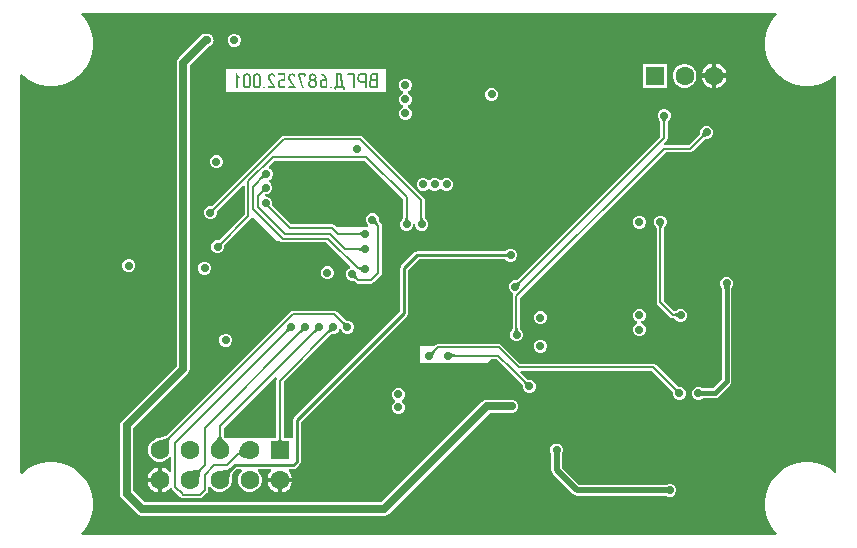
<source format=gbl>
G04*
G04 #@! TF.GenerationSoftware,Altium Limited,Altium Designer,25.4.2 (15)*
G04*
G04 Layer_Physical_Order=4*
G04 Layer_Color=16711680*
%FSLAX44Y44*%
%MOMM*%
G71*
G04*
G04 #@! TF.SameCoordinates,2757192E-E8AF-4120-B63B-14C5750386C4*
G04*
G04*
G04 #@! TF.FilePolarity,Positive*
G04*
G01*
G75*
%ADD11C,0.2000*%
%ADD12C,0.4000*%
%ADD13C,0.2500*%
%ADD15C,0.5000*%
%ADD76C,0.7000*%
%ADD86C,1.6000*%
%ADD87R,1.6000X1.6000*%
%ADD88C,0.7000*%
G36*
X644331Y444536D02*
X642922Y443127D01*
X639638Y438606D01*
X637101Y433627D01*
X635374Y428313D01*
X634500Y422794D01*
Y417206D01*
X635374Y411687D01*
X637101Y406373D01*
X639638Y401394D01*
X642922Y396873D01*
X646873Y392922D01*
X651394Y389638D01*
X656373Y387101D01*
X661687Y385374D01*
X667206Y384500D01*
X672794D01*
X678313Y385374D01*
X683627Y387101D01*
X688606Y389638D01*
X693127Y392922D01*
X693614Y393410D01*
X695000Y392836D01*
Y57164D01*
X693614Y56590D01*
X693127Y57078D01*
X688606Y60362D01*
X683627Y62899D01*
X678313Y64626D01*
X672794Y65500D01*
X667206D01*
X661687Y64626D01*
X656373Y62899D01*
X651394Y60362D01*
X646873Y57078D01*
X642922Y53127D01*
X639638Y48606D01*
X637101Y43627D01*
X635374Y38313D01*
X634500Y32794D01*
Y27206D01*
X635374Y21687D01*
X637101Y16373D01*
X639638Y11394D01*
X642922Y6873D01*
X644331Y5464D01*
X643757Y4078D01*
X56243Y4078D01*
X55669Y5464D01*
X57078Y6873D01*
X60362Y11394D01*
X62899Y16373D01*
X64626Y21687D01*
X65500Y27206D01*
Y32794D01*
X64626Y38313D01*
X62899Y43627D01*
X60362Y48606D01*
X57078Y53127D01*
X53127Y57078D01*
X48606Y60362D01*
X43627Y62899D01*
X38313Y64626D01*
X32794Y65500D01*
X27206D01*
X21687Y64626D01*
X16373Y62899D01*
X11394Y60362D01*
X6873Y57078D01*
X5464Y55669D01*
X4078Y56243D01*
X4078Y393758D01*
X5464Y394332D01*
X6873Y392922D01*
X11394Y389638D01*
X16373Y387101D01*
X21687Y385374D01*
X27206Y384500D01*
X32794D01*
X38313Y385374D01*
X43627Y387101D01*
X48606Y389638D01*
X53127Y392922D01*
X57078Y396873D01*
X60362Y401394D01*
X62899Y406373D01*
X64626Y411687D01*
X65500Y417206D01*
Y422794D01*
X64626Y428313D01*
X62899Y433627D01*
X60362Y438606D01*
X57078Y443127D01*
X55669Y444536D01*
X56243Y445922D01*
X643757D01*
X644331Y444536D01*
D02*
G37*
%LPC*%
G36*
X186094Y428500D02*
X183906D01*
X181884Y427663D01*
X180337Y426115D01*
X179500Y424094D01*
Y421906D01*
X180337Y419884D01*
X181884Y418337D01*
X183906Y417500D01*
X186094D01*
X188116Y418337D01*
X189663Y419884D01*
X190500Y421906D01*
Y424094D01*
X189663Y426115D01*
X188116Y427663D01*
X186094Y428500D01*
D02*
G37*
G36*
X593386Y403125D02*
Y394790D01*
X601720D01*
X601170Y396843D01*
X599788Y399237D01*
X597833Y401192D01*
X595439Y402575D01*
X593386Y403125D01*
D02*
G37*
G36*
X589386D02*
X587333Y402575D01*
X584939Y401192D01*
X582984Y399237D01*
X581601Y396843D01*
X581051Y394790D01*
X589386D01*
Y403125D01*
D02*
G37*
G36*
X567702Y402790D02*
X565069D01*
X562526Y402108D01*
X560246Y400792D01*
X558384Y398930D01*
X557067Y396650D01*
X556386Y394107D01*
Y391474D01*
X557067Y388930D01*
X558384Y386650D01*
X560246Y384788D01*
X562526Y383471D01*
X565069Y382790D01*
X567702D01*
X570246Y383471D01*
X572526Y384788D01*
X574388Y386650D01*
X575704Y388930D01*
X576386Y391474D01*
Y394107D01*
X575704Y396650D01*
X574388Y398930D01*
X572526Y400792D01*
X570246Y402108D01*
X567702Y402790D01*
D02*
G37*
G36*
X551386D02*
X531386D01*
Y382790D01*
X551386D01*
Y402790D01*
D02*
G37*
G36*
X601720Y390790D02*
X593386D01*
Y382456D01*
X595439Y383006D01*
X597833Y384388D01*
X599788Y386343D01*
X601170Y388737D01*
X601720Y390790D01*
D02*
G37*
G36*
X589386D02*
X581051D01*
X581601Y388737D01*
X582984Y386343D01*
X584939Y384388D01*
X587333Y383006D01*
X589386Y382456D01*
Y390790D01*
D02*
G37*
G36*
X313500Y398500D02*
X178500D01*
Y379000D01*
X313500D01*
Y398500D01*
D02*
G37*
G36*
X404094Y382500D02*
X401906D01*
X399884Y381663D01*
X398337Y380116D01*
X397500Y378094D01*
Y375906D01*
X398337Y373885D01*
X399884Y372337D01*
X401906Y371500D01*
X404094D01*
X406115Y372337D01*
X407663Y373885D01*
X408500Y375906D01*
Y378094D01*
X407663Y380116D01*
X406115Y381663D01*
X404094Y382500D01*
D02*
G37*
G36*
X331094Y390500D02*
X328906D01*
X326884Y389663D01*
X325337Y388116D01*
X324500Y386094D01*
Y383906D01*
X325337Y381884D01*
X326884Y380337D01*
X328153Y379812D01*
Y378188D01*
X326884Y377663D01*
X325337Y376115D01*
X324500Y374094D01*
Y371906D01*
X325337Y369884D01*
X326884Y368337D01*
X328153Y367812D01*
Y366188D01*
X326884Y365663D01*
X325337Y364115D01*
X324500Y362094D01*
Y359906D01*
X325337Y357884D01*
X326884Y356337D01*
X328906Y355500D01*
X331094D01*
X333116Y356337D01*
X334663Y357884D01*
X335500Y359906D01*
Y362094D01*
X334663Y364115D01*
X333116Y365663D01*
X331847Y366188D01*
Y367812D01*
X333116Y368337D01*
X334663Y369884D01*
X335500Y371906D01*
Y374094D01*
X334663Y376115D01*
X333116Y377663D01*
X331847Y378188D01*
Y379812D01*
X333116Y380337D01*
X334663Y381884D01*
X335500Y383906D01*
Y386094D01*
X334663Y388116D01*
X333116Y389663D01*
X331094Y390500D01*
D02*
G37*
G36*
X292000Y342059D02*
X292000Y342059D01*
X227000D01*
X227000Y342059D01*
X225830Y341826D01*
X224837Y341163D01*
X224837Y341163D01*
X166151Y282477D01*
X166094Y282500D01*
X163906D01*
X161884Y281663D01*
X160337Y280116D01*
X159500Y278094D01*
Y275906D01*
X160337Y273885D01*
X161884Y272337D01*
X163906Y271500D01*
X166094D01*
X168116Y272337D01*
X169663Y273885D01*
X170500Y275906D01*
Y278094D01*
X170476Y278151D01*
X192555Y300230D01*
X193941Y299656D01*
Y275267D01*
X172151Y253477D01*
X172094Y253500D01*
X169906D01*
X167885Y252663D01*
X166337Y251115D01*
X165500Y249094D01*
Y246906D01*
X166337Y244884D01*
X167885Y243337D01*
X169906Y242500D01*
X172094D01*
X174116Y243337D01*
X175663Y244884D01*
X176500Y246906D01*
Y249094D01*
X176476Y249151D01*
X199163Y271837D01*
X199163Y271837D01*
X199515Y272364D01*
X201228Y272772D01*
X213000Y261000D01*
X221000Y253000D01*
X223000D01*
X223000Y253000D01*
X224303Y252526D01*
X224830Y252174D01*
X226000Y251941D01*
X226000Y251941D01*
X262925D01*
X283084Y231783D01*
X282732Y230014D01*
X281884Y229663D01*
X280337Y228116D01*
X279500Y226094D01*
Y223906D01*
X280337Y221884D01*
X281884Y220337D01*
X283906Y219500D01*
X284821D01*
X284999Y219461D01*
X285336Y219455D01*
X285587Y219436D01*
X285809Y219404D01*
X286002Y219363D01*
X286168Y219313D01*
X286309Y219259D01*
X286429Y219199D01*
X286532Y219136D01*
X286556Y219119D01*
X287837Y217837D01*
X287837Y217837D01*
X288829Y217174D01*
X290000Y216941D01*
X300882D01*
X300882Y216941D01*
X302053Y217174D01*
X303045Y217837D01*
X309163Y223955D01*
X309163Y223955D01*
X309826Y224947D01*
X310059Y226117D01*
X310059Y226118D01*
Y266000D01*
X310059Y266000D01*
X309826Y267171D01*
X309163Y268163D01*
X307881Y269445D01*
X307864Y269468D01*
X307801Y269571D01*
X307741Y269691D01*
X307687Y269832D01*
X307637Y269998D01*
X307596Y270191D01*
X307564Y270413D01*
X307545Y270664D01*
X307539Y271001D01*
X307500Y271179D01*
Y272094D01*
X306663Y274116D01*
X305116Y275663D01*
X303094Y276500D01*
X300906D01*
X298885Y275663D01*
X297337Y274116D01*
X296500Y272094D01*
Y269906D01*
X297337Y267885D01*
X298722Y266500D01*
X298605Y265736D01*
X298262Y265000D01*
X271326D01*
X270163Y266163D01*
X269170Y266826D01*
X268000Y267059D01*
X268000Y267059D01*
X234117D01*
X233069Y267257D01*
X217184Y283142D01*
X217500Y283906D01*
Y286094D01*
X216663Y288116D01*
X215116Y289663D01*
X213094Y290500D01*
X211875D01*
X211101Y292000D01*
X211456Y292500D01*
X213094D01*
X215116Y293337D01*
X216663Y294884D01*
X217500Y296906D01*
Y299094D01*
X216663Y301115D01*
X215116Y302663D01*
X214572Y302888D01*
Y304512D01*
X215540Y304913D01*
X217087Y306460D01*
X217925Y308481D01*
Y310669D01*
X217087Y312691D01*
X215540Y314238D01*
X214693Y314589D01*
X214341Y316358D01*
X218924Y320941D01*
X295733D01*
X327941Y288733D01*
Y272258D01*
X327937Y272230D01*
X327909Y272112D01*
X327866Y271985D01*
X327805Y271847D01*
X327722Y271695D01*
X327615Y271529D01*
X327481Y271349D01*
X327317Y271158D01*
X327083Y270916D01*
X326984Y270762D01*
X326337Y270116D01*
X325500Y268094D01*
Y265906D01*
X326337Y263885D01*
X327884Y262337D01*
X329906Y261500D01*
X332094D01*
X334115Y262337D01*
X335663Y263885D01*
X336500Y265906D01*
Y267000D01*
X338500D01*
Y265906D01*
X339337Y263885D01*
X340885Y262337D01*
X342906Y261500D01*
X345094D01*
X347116Y262337D01*
X348663Y263885D01*
X349500Y265906D01*
Y268094D01*
X348663Y270116D01*
X347116Y271663D01*
X346971Y271723D01*
X346938Y271752D01*
X346820Y271879D01*
X346730Y271993D01*
X346665Y272096D01*
X346618Y272188D01*
X346585Y272275D01*
X346562Y272362D01*
X346559Y272381D01*
Y287500D01*
X346326Y288671D01*
X345663Y289663D01*
X345663Y289663D01*
X294163Y341163D01*
X293171Y341826D01*
X292000Y342059D01*
D02*
G37*
G36*
X550094Y364500D02*
X547906D01*
X545885Y363663D01*
X544337Y362116D01*
X543500Y360094D01*
Y357906D01*
X544337Y355885D01*
X544984Y355238D01*
X545083Y355084D01*
X545317Y354842D01*
X545480Y354651D01*
X545615Y354471D01*
X545722Y354305D01*
X545805Y354153D01*
X545866Y354015D01*
X545909Y353888D01*
X545937Y353770D01*
X545941Y353741D01*
Y341267D01*
X424677Y220002D01*
X424655Y219986D01*
X424559Y219928D01*
X424448Y219875D01*
X424317Y219827D01*
X424164Y219784D01*
X423983Y219750D01*
X423773Y219726D01*
X423534Y219716D01*
X423206Y219722D01*
X423012Y219688D01*
X421901D01*
X419880Y218850D01*
X418333Y217303D01*
X417495Y215282D01*
Y213094D01*
X418333Y211072D01*
X419880Y209525D01*
X420752Y209164D01*
X420816Y209104D01*
X421276Y207323D01*
X421174Y207171D01*
X420941Y206000D01*
X420941Y206000D01*
Y178692D01*
X420937Y178660D01*
X420907Y178532D01*
X420862Y178391D01*
X420798Y178236D01*
X420712Y178066D01*
X420601Y177881D01*
X420464Y177683D01*
X420298Y177471D01*
X420070Y177209D01*
X420010Y177104D01*
X419520Y176616D01*
X418683Y174594D01*
Y172406D01*
X419520Y170385D01*
X421068Y168837D01*
X423089Y168000D01*
X425277D01*
X427299Y168837D01*
X428846Y170385D01*
X429683Y172406D01*
Y174594D01*
X428846Y176616D01*
X428005Y177456D01*
X427893Y177612D01*
X427657Y177834D01*
X427496Y178006D01*
X427365Y178166D01*
X427263Y178313D01*
X427186Y178447D01*
X427129Y178569D01*
X427089Y178681D01*
X427063Y178788D01*
X427059Y178813D01*
Y204733D01*
X550267Y327941D01*
X571000D01*
X571000Y327941D01*
X572170Y328174D01*
X573163Y328837D01*
X583445Y339119D01*
X583468Y339136D01*
X583571Y339199D01*
X583691Y339259D01*
X583832Y339313D01*
X583998Y339363D01*
X584191Y339404D01*
X584413Y339436D01*
X584664Y339455D01*
X585001Y339461D01*
X585179Y339500D01*
X586094D01*
X588116Y340337D01*
X589663Y341884D01*
X590500Y343906D01*
Y346094D01*
X589663Y348116D01*
X588116Y349663D01*
X586094Y350500D01*
X583906D01*
X581884Y349663D01*
X580337Y348116D01*
X579500Y346094D01*
Y345179D01*
X579461Y345001D01*
X579455Y344664D01*
X579436Y344413D01*
X579404Y344191D01*
X579363Y343998D01*
X579313Y343832D01*
X579259Y343691D01*
X579199Y343571D01*
X579136Y343468D01*
X579119Y343444D01*
X569733Y334059D01*
X549506D01*
X548844Y335394D01*
X548831Y335505D01*
X551163Y337837D01*
X551163Y337837D01*
X551826Y338829D01*
X552059Y340000D01*
X552059Y340000D01*
Y353741D01*
X552063Y353770D01*
X552091Y353888D01*
X552134Y354015D01*
X552195Y354153D01*
X552278Y354305D01*
X552385Y354471D01*
X552519Y354651D01*
X552683Y354842D01*
X552917Y355084D01*
X553016Y355238D01*
X553663Y355885D01*
X554500Y357906D01*
Y360094D01*
X553663Y362116D01*
X552116Y363663D01*
X550094Y364500D01*
D02*
G37*
G36*
X171094Y325500D02*
X168906D01*
X166884Y324663D01*
X165337Y323116D01*
X164500Y321094D01*
Y318906D01*
X165337Y316884D01*
X166884Y315337D01*
X168906Y314500D01*
X171094D01*
X173116Y315337D01*
X174663Y316884D01*
X175500Y318906D01*
Y321094D01*
X174663Y323116D01*
X173116Y324663D01*
X171094Y325500D01*
D02*
G37*
G36*
X366094Y306500D02*
X363906D01*
X361884Y305663D01*
X360832Y304610D01*
X359875Y304277D01*
X358918Y304610D01*
X357866Y305663D01*
X355844Y306500D01*
X353656D01*
X351635Y305663D01*
X350855Y304883D01*
X349875Y304252D01*
X348895Y304883D01*
X348116Y305663D01*
X346094Y306500D01*
X343906D01*
X341884Y305663D01*
X340337Y304116D01*
X339500Y302094D01*
Y299906D01*
X340337Y297885D01*
X341884Y296337D01*
X343906Y295500D01*
X346094D01*
X348116Y296337D01*
X348895Y297117D01*
X349875Y297748D01*
X350855Y297117D01*
X351635Y296337D01*
X353656Y295500D01*
X355844D01*
X357866Y296337D01*
X358918Y297390D01*
X359875Y297724D01*
X360832Y297390D01*
X361884Y296337D01*
X363906Y295500D01*
X366094D01*
X368116Y296337D01*
X369663Y297885D01*
X370500Y299906D01*
Y302094D01*
X369663Y304116D01*
X368116Y305663D01*
X366094Y306500D01*
D02*
G37*
G36*
X529094Y274500D02*
X526906D01*
X524884Y273663D01*
X523337Y272115D01*
X522500Y270094D01*
Y267906D01*
X523337Y265884D01*
X524884Y264337D01*
X526906Y263500D01*
X529094D01*
X531115Y264337D01*
X532663Y265884D01*
X533500Y267906D01*
Y270094D01*
X532663Y272115D01*
X531115Y273663D01*
X529094Y274500D01*
D02*
G37*
G36*
X420277Y246500D02*
X418089D01*
X416068Y245663D01*
X414719Y244314D01*
X340000D01*
X338732Y244061D01*
X337657Y243343D01*
X326657Y232343D01*
X325939Y231268D01*
X325686Y230000D01*
Y193373D01*
X235657Y103343D01*
X234939Y102268D01*
X234686Y101000D01*
Y87161D01*
X233803Y86027D01*
X226861D01*
Y133535D01*
X267444Y174119D01*
X267468Y174136D01*
X267571Y174199D01*
X267691Y174259D01*
X267832Y174313D01*
X267998Y174363D01*
X268191Y174404D01*
X268413Y174436D01*
X268664Y174455D01*
X269001Y174461D01*
X269179Y174500D01*
X270094D01*
X272115Y175337D01*
X273663Y176884D01*
X274188Y178153D01*
X275812D01*
X276337Y176884D01*
X277885Y175337D01*
X279906Y174500D01*
X282094D01*
X284116Y175337D01*
X285663Y176884D01*
X286500Y178906D01*
Y181094D01*
X285663Y183116D01*
X284116Y184663D01*
X282094Y185500D01*
X281179D01*
X281001Y185539D01*
X280664Y185545D01*
X280413Y185564D01*
X280191Y185596D01*
X279998Y185637D01*
X279832Y185687D01*
X279691Y185741D01*
X279571Y185801D01*
X279468Y185864D01*
X279445Y185881D01*
X272163Y193163D01*
X271171Y193826D01*
X270000Y194059D01*
X270000Y194059D01*
X234808D01*
X234808Y194059D01*
X233637Y193826D01*
X232645Y193163D01*
X232645Y193163D01*
X127515Y88034D01*
X127289Y87894D01*
X126882Y87695D01*
X126388Y87493D01*
X121485Y86136D01*
X120969Y86027D01*
X120886D01*
X120577Y85944D01*
X120184Y85861D01*
X120182Y85860D01*
X120180Y85860D01*
X120042Y85801D01*
X118343Y85345D01*
X116062Y84029D01*
X114201Y82167D01*
X112884Y79887D01*
X112203Y77343D01*
Y74710D01*
X112884Y72167D01*
X114201Y69887D01*
X116062Y68025D01*
X118343Y66708D01*
X120886Y66027D01*
X123519D01*
X126062Y66708D01*
X128343Y68025D01*
X130204Y69887D01*
X130441Y70297D01*
X131941Y69895D01*
Y57468D01*
X130441Y57237D01*
X128650Y59029D01*
X126255Y60411D01*
X124202Y60961D01*
Y50627D01*
Y40292D01*
X126255Y40842D01*
X128650Y42225D01*
X130580Y44155D01*
X130722Y44157D01*
X132164Y43881D01*
X132174Y43829D01*
X132837Y42837D01*
X132837Y42837D01*
X139186Y36488D01*
X139772Y35902D01*
X139772Y35902D01*
X140765Y35239D01*
X141935Y35006D01*
X156065D01*
X156065Y35006D01*
X157235Y35239D01*
X158228Y35902D01*
X162163Y39837D01*
X162163Y39837D01*
X162826Y40830D01*
X163059Y42000D01*
X163059Y42000D01*
Y44850D01*
X164559Y45252D01*
X165001Y44487D01*
X166862Y42625D01*
X169143Y41308D01*
X171686Y40627D01*
X174319D01*
X176862Y41308D01*
X179143Y42625D01*
X181005Y44487D01*
X182321Y46767D01*
X183002Y49310D01*
Y50505D01*
X183041Y50693D01*
X183049Y51811D01*
X183175Y53783D01*
X183284Y54577D01*
X183425Y55291D01*
X183590Y55900D01*
X183772Y56401D01*
X183961Y56792D01*
X184144Y57080D01*
X184160Y57098D01*
X186748Y59686D01*
X191199D01*
X191820Y58186D01*
X190401Y56767D01*
X189084Y54487D01*
X188403Y51943D01*
Y49310D01*
X189084Y46767D01*
X190401Y44487D01*
X192262Y42625D01*
X194543Y41308D01*
X197086Y40627D01*
X199719D01*
X202262Y41308D01*
X204543Y42625D01*
X206404Y44487D01*
X207721Y46767D01*
X208403Y49310D01*
Y51943D01*
X207721Y54487D01*
X206404Y56767D01*
X204985Y58186D01*
X205606Y59686D01*
X215892D01*
X216513Y58186D01*
X215401Y57074D01*
X214018Y54680D01*
X213468Y52627D01*
X234137D01*
X233587Y54680D01*
X232205Y57074D01*
X231092Y58186D01*
X231714Y59686D01*
X235000D01*
X236268Y59939D01*
X237343Y60657D01*
X240343Y63657D01*
X241061Y64732D01*
X241314Y66000D01*
Y99628D01*
X331343Y189657D01*
X332061Y190732D01*
X332314Y192000D01*
Y228627D01*
X341373Y237686D01*
X414719D01*
X416068Y236337D01*
X418089Y235500D01*
X420277D01*
X422299Y236337D01*
X423846Y237885D01*
X424683Y239906D01*
Y242094D01*
X423846Y244116D01*
X422299Y245663D01*
X420277Y246500D01*
D02*
G37*
G36*
X97094Y237500D02*
X94906D01*
X92885Y236663D01*
X91337Y235116D01*
X90500Y233094D01*
Y230906D01*
X91337Y228885D01*
X92885Y227337D01*
X94906Y226500D01*
X97094D01*
X99115Y227337D01*
X100663Y228885D01*
X101500Y230906D01*
Y233094D01*
X100663Y235116D01*
X99115Y236663D01*
X97094Y237500D01*
D02*
G37*
G36*
X161094Y235500D02*
X158906D01*
X156884Y234663D01*
X155337Y233116D01*
X154500Y231094D01*
Y228906D01*
X155337Y226884D01*
X156884Y225337D01*
X158906Y224500D01*
X161094D01*
X163116Y225337D01*
X164663Y226884D01*
X165500Y228906D01*
Y231094D01*
X164663Y233116D01*
X163116Y234663D01*
X161094Y235500D01*
D02*
G37*
G36*
X265094Y231500D02*
X262906D01*
X260884Y230663D01*
X259337Y229116D01*
X258500Y227094D01*
Y224906D01*
X259337Y222885D01*
X260884Y221337D01*
X262906Y220500D01*
X265094D01*
X267115Y221337D01*
X268663Y222885D01*
X269500Y224906D01*
Y227094D01*
X268663Y229116D01*
X267115Y230663D01*
X265094Y231500D01*
D02*
G37*
G36*
X547094Y274500D02*
X544906D01*
X542884Y273663D01*
X541337Y272115D01*
X540500Y270094D01*
Y267906D01*
X541337Y265884D01*
X541984Y265238D01*
X542083Y265084D01*
X542317Y264842D01*
X542480Y264651D01*
X542615Y264471D01*
X542722Y264305D01*
X542805Y264153D01*
X542866Y264015D01*
X542909Y263888D01*
X542937Y263770D01*
X542941Y263741D01*
Y201000D01*
X542941Y201000D01*
X543174Y199829D01*
X543837Y198837D01*
X554337Y188337D01*
X554337Y188337D01*
X555329Y187674D01*
X556500Y187441D01*
X557619D01*
X557637Y187438D01*
X557725Y187415D01*
X557812Y187382D01*
X557904Y187335D01*
X558007Y187270D01*
X558121Y187180D01*
X558247Y187062D01*
X558277Y187029D01*
X558337Y186884D01*
X559884Y185337D01*
X561906Y184500D01*
X564094D01*
X566115Y185337D01*
X567663Y186884D01*
X568500Y188906D01*
Y191094D01*
X567663Y193116D01*
X566115Y194663D01*
X564094Y195500D01*
X561906D01*
X559884Y194663D01*
X559600Y194378D01*
X559110Y194037D01*
X558898Y193911D01*
X558681Y193799D01*
X558482Y193710D01*
X558300Y193642D01*
X558135Y193594D01*
X557988Y193563D01*
X557953Y193559D01*
X557767D01*
X549059Y202267D01*
Y263741D01*
X549063Y263770D01*
X549091Y263888D01*
X549134Y264015D01*
X549195Y264153D01*
X549278Y264305D01*
X549385Y264471D01*
X549520Y264651D01*
X549683Y264842D01*
X549917Y265084D01*
X550016Y265238D01*
X550663Y265884D01*
X551500Y267906D01*
Y270094D01*
X550663Y272115D01*
X549115Y273663D01*
X547094Y274500D01*
D02*
G37*
G36*
X445277Y193500D02*
X443089D01*
X441068Y192663D01*
X439521Y191115D01*
X438683Y189094D01*
Y186906D01*
X439521Y184884D01*
X441068Y183337D01*
X443089Y182500D01*
X445277D01*
X447299Y183337D01*
X448846Y184884D01*
X449683Y186906D01*
Y189094D01*
X448846Y191115D01*
X447299Y192663D01*
X445277Y193500D01*
D02*
G37*
G36*
X529094Y195500D02*
X526906D01*
X524884Y194663D01*
X523337Y193116D01*
X522500Y191094D01*
Y188906D01*
X523337Y186884D01*
X524884Y185337D01*
X526153Y184812D01*
Y183188D01*
X524884Y182663D01*
X523337Y181115D01*
X522500Y179094D01*
Y176906D01*
X523337Y174884D01*
X524884Y173337D01*
X526906Y172500D01*
X529094D01*
X531115Y173337D01*
X532663Y174884D01*
X533500Y176906D01*
Y179094D01*
X532663Y181115D01*
X531115Y182663D01*
X529847Y183188D01*
Y184812D01*
X531115Y185337D01*
X532663Y186884D01*
X533500Y188906D01*
Y191094D01*
X532663Y193116D01*
X531115Y194663D01*
X529094Y195500D01*
D02*
G37*
G36*
X179094Y174500D02*
X176906D01*
X174884Y173663D01*
X173337Y172115D01*
X172500Y170094D01*
Y167906D01*
X173337Y165884D01*
X174884Y164337D01*
X176906Y163500D01*
X179094D01*
X181115Y164337D01*
X182663Y165884D01*
X183500Y167906D01*
Y170094D01*
X182663Y172115D01*
X181115Y173663D01*
X179094Y174500D01*
D02*
G37*
G36*
X445277Y169500D02*
X443089D01*
X441068Y168663D01*
X439521Y167115D01*
X438683Y165094D01*
Y162906D01*
X439521Y160884D01*
X441068Y159337D01*
X443089Y158500D01*
X445277D01*
X447299Y159337D01*
X448846Y160884D01*
X449683Y162906D01*
Y165094D01*
X448846Y167115D01*
X447299Y168663D01*
X445277Y169500D01*
D02*
G37*
G36*
X603094Y222500D02*
X600906D01*
X598885Y221663D01*
X597337Y220116D01*
X596500Y218094D01*
Y215906D01*
X597337Y213885D01*
X597868Y213354D01*
X597881Y213293D01*
X597900Y213173D01*
X597922Y212852D01*
Y135689D01*
X590311Y128078D01*
X582068D01*
X581845Y128098D01*
X581707Y128119D01*
X581646Y128132D01*
X581115Y128663D01*
X579094Y129500D01*
X576906D01*
X574884Y128663D01*
X573337Y127115D01*
X572500Y125094D01*
Y122906D01*
X573337Y120885D01*
X574884Y119337D01*
X576906Y118500D01*
X579094D01*
X581115Y119337D01*
X581646Y119868D01*
X581707Y119881D01*
X581827Y119900D01*
X582148Y119922D01*
X592000D01*
X592000Y119922D01*
X593561Y120232D01*
X594884Y121116D01*
X604884Y131116D01*
X605768Y132439D01*
X606078Y134000D01*
X606078Y134000D01*
Y212932D01*
X606098Y213155D01*
X606119Y213293D01*
X606132Y213354D01*
X606663Y213885D01*
X607500Y215906D01*
Y218094D01*
X606663Y220116D01*
X605116Y221663D01*
X603094Y222500D01*
D02*
G37*
G36*
X409000Y166059D02*
X409000Y166059D01*
X358000D01*
X356829Y165826D01*
X355837Y165163D01*
X355837Y165163D01*
X354674Y164000D01*
X342000D01*
Y156000D01*
Y150000D01*
X399175D01*
X403011Y152941D01*
X407566D01*
X417901Y142606D01*
X418275Y142046D01*
X429008Y131313D01*
X429029Y131286D01*
X429101Y131171D01*
X429171Y131036D01*
X429239Y130876D01*
X429302Y130690D01*
X429359Y130476D01*
X429407Y130233D01*
X429445Y129961D01*
X429475Y129610D01*
X429500Y129524D01*
Y128906D01*
X430337Y126884D01*
X431884Y125337D01*
X433906Y124500D01*
X436094D01*
X438116Y125337D01*
X439663Y126884D01*
X440500Y128906D01*
Y131094D01*
X439663Y133116D01*
X438116Y134663D01*
X436094Y135500D01*
X434783D01*
X434612Y135525D01*
X434292Y135509D01*
X434064Y135512D01*
X433865Y135530D01*
X433695Y135558D01*
X433551Y135595D01*
X433431Y135639D01*
X433328Y135687D01*
X433237Y135741D01*
X433217Y135755D01*
X427417Y141555D01*
X427991Y142941D01*
X538733D01*
X556119Y125556D01*
X556136Y125532D01*
X556199Y125429D01*
X556259Y125309D01*
X556313Y125168D01*
X556363Y125002D01*
X556404Y124809D01*
X556436Y124587D01*
X556455Y124336D01*
X556461Y123999D01*
X556500Y123821D01*
Y122906D01*
X557337Y120885D01*
X558885Y119337D01*
X560906Y118500D01*
X563094D01*
X565116Y119337D01*
X566663Y120885D01*
X567500Y122906D01*
Y125094D01*
X566663Y127115D01*
X565116Y128663D01*
X563094Y129500D01*
X562179D01*
X562001Y129539D01*
X561664Y129545D01*
X561413Y129564D01*
X561191Y129596D01*
X560998Y129637D01*
X560832Y129687D01*
X560691Y129741D01*
X560571Y129801D01*
X560468Y129864D01*
X560444Y129881D01*
X542163Y148163D01*
X541171Y148826D01*
X540000Y149059D01*
X540000Y149059D01*
X427267D01*
X411163Y165163D01*
X410171Y165826D01*
X409000Y166059D01*
D02*
G37*
G36*
X325094Y128500D02*
X322906D01*
X320885Y127663D01*
X319337Y126116D01*
X318500Y124094D01*
Y121906D01*
X319337Y119885D01*
X320885Y118337D01*
X320946Y118312D01*
Y116688D01*
X320885Y116663D01*
X319337Y115115D01*
X318500Y113094D01*
Y110906D01*
X319337Y108884D01*
X320885Y107337D01*
X322906Y106500D01*
X325094D01*
X327116Y107337D01*
X328663Y108884D01*
X329500Y110906D01*
Y113094D01*
X328663Y115115D01*
X327116Y116663D01*
X327054Y116688D01*
Y118312D01*
X327116Y118337D01*
X328663Y119885D01*
X329500Y121906D01*
Y124094D01*
X328663Y126116D01*
X327116Y127663D01*
X325094Y128500D01*
D02*
G37*
G36*
X120203Y60961D02*
X118150Y60411D01*
X115755Y59029D01*
X113800Y57074D01*
X112418Y54680D01*
X111868Y52627D01*
X120203D01*
Y60961D01*
D02*
G37*
G36*
X234137Y48627D02*
X225802D01*
Y40292D01*
X227855Y40842D01*
X230250Y42225D01*
X232205Y44180D01*
X233587Y46574D01*
X234137Y48627D01*
D02*
G37*
G36*
X221803D02*
X213468D01*
X214018Y46574D01*
X215401Y44180D01*
X217355Y42225D01*
X219750Y40842D01*
X221803Y40292D01*
Y48627D01*
D02*
G37*
G36*
X120203D02*
X111868D01*
X112418Y46574D01*
X113800Y44180D01*
X115755Y42225D01*
X118150Y40842D01*
X120203Y40292D01*
Y48627D01*
D02*
G37*
G36*
X459094Y81500D02*
X456906D01*
X454884Y80663D01*
X453337Y79116D01*
X452500Y77094D01*
Y74906D01*
X453337Y72884D01*
X453412Y72810D01*
Y59000D01*
X453761Y57244D01*
X454756Y55756D01*
X471756Y38756D01*
X473244Y37761D01*
X475000Y37412D01*
X550810D01*
X550885Y37337D01*
X552906Y36500D01*
X555094D01*
X557116Y37337D01*
X558663Y38884D01*
X559500Y40906D01*
Y43094D01*
X558663Y45115D01*
X557116Y46663D01*
X555094Y47500D01*
X552906D01*
X550885Y46663D01*
X550810Y46588D01*
X476900D01*
X462588Y60901D01*
Y72810D01*
X462663Y72884D01*
X463500Y74906D01*
Y77094D01*
X462663Y79116D01*
X461115Y80663D01*
X459094Y81500D01*
D02*
G37*
G36*
X162000Y428608D02*
X161000D01*
X158854Y428181D01*
X157035Y426965D01*
X138035Y407965D01*
X136819Y406146D01*
X136392Y404000D01*
Y147323D01*
X90035Y100965D01*
X88819Y99146D01*
X88392Y97000D01*
Y39000D01*
X88819Y36854D01*
X90035Y35035D01*
X103035Y22035D01*
X104854Y20819D01*
X107000Y20392D01*
X312000D01*
X314146Y20819D01*
X315965Y22035D01*
X401323Y107392D01*
X420000D01*
X420542Y107500D01*
X421094D01*
X421604Y107711D01*
X422146Y107819D01*
X422605Y108126D01*
X423116Y108337D01*
X423506Y108728D01*
X423965Y109035D01*
X424272Y109494D01*
X424663Y109885D01*
X424874Y110395D01*
X425181Y110854D01*
X425289Y111396D01*
X425500Y111906D01*
Y112458D01*
X425608Y113000D01*
X425500Y113542D01*
Y114094D01*
X425289Y114604D01*
X425181Y115146D01*
X424874Y115605D01*
X424663Y116116D01*
X424272Y116506D01*
X423965Y116965D01*
X423506Y117272D01*
X423116Y117663D01*
X422605Y117874D01*
X422146Y118181D01*
X421604Y118289D01*
X421094Y118500D01*
X420542D01*
X420000Y118608D01*
X399000D01*
X396854Y118181D01*
X395035Y116965D01*
X309677Y31608D01*
X109323D01*
X99608Y41323D01*
Y94677D01*
X145965Y141035D01*
X147181Y142854D01*
X147608Y145000D01*
Y401677D01*
X163651Y417721D01*
X164146Y417819D01*
X164605Y418126D01*
X165116Y418337D01*
X165506Y418728D01*
X165965Y419035D01*
X166272Y419494D01*
X166663Y419884D01*
X166874Y420395D01*
X167181Y420854D01*
X167289Y421396D01*
X167500Y421906D01*
Y422458D01*
X167608Y423000D01*
X167500Y423542D01*
Y424094D01*
X167289Y424604D01*
X167181Y425146D01*
X166874Y425605D01*
X166663Y426115D01*
X166272Y426506D01*
X165965Y426965D01*
X165506Y427272D01*
X165116Y427663D01*
X164605Y427874D01*
X164146Y428181D01*
X163604Y428289D01*
X163094Y428500D01*
X162542D01*
X162000Y428608D01*
D02*
G37*
%LPD*%
G36*
X245081Y394795D02*
X245284Y394702D01*
X245414Y394591D01*
X245525Y394443D01*
X245580Y394295D01*
X245599Y394184D01*
X245618Y394091D01*
Y394054D01*
Y392832D01*
X245599Y392684D01*
X245580Y392573D01*
X245543Y392462D01*
X245488Y392369D01*
X245451Y392314D01*
X245414Y392258D01*
X245395Y392240D01*
X245377Y392221D01*
X245192Y392110D01*
X245006Y392054D01*
X244932D01*
X244877Y392036D01*
X244821D01*
X244692Y392054D01*
X244599Y392073D01*
X244414Y392147D01*
X244340Y392184D01*
X244284Y392202D01*
X244266Y392240D01*
X244247D01*
X244173Y392332D01*
X244118Y392425D01*
X244044Y392628D01*
Y392702D01*
X244025Y392777D01*
Y392814D01*
Y392832D01*
Y393258D01*
X240914D01*
X243747Y383222D01*
X243766Y383148D01*
X243784Y383074D01*
Y383018D01*
Y382981D01*
X243766Y382852D01*
X243747Y382741D01*
X243673Y382555D01*
X243599Y382444D01*
X243562Y382426D01*
Y382407D01*
X243377Y382296D01*
X243192Y382241D01*
X243099D01*
X243044Y382222D01*
X242988D01*
X242784Y382241D01*
X242636Y382315D01*
X242525Y382370D01*
X242507Y382389D01*
X242488D01*
X242414Y382463D01*
X242340Y382537D01*
X242266Y382667D01*
X242210Y382778D01*
Y382796D01*
Y382815D01*
X239155Y393851D01*
X239118Y394147D01*
Y394276D01*
X239155Y394369D01*
X239248Y394536D01*
X239377Y394665D01*
X239526Y394739D01*
X239674Y394795D01*
X239803Y394813D01*
X239896Y394832D01*
X244969D01*
X245081Y394795D01*
D02*
G37*
G36*
X234471Y394813D02*
X234730Y394776D01*
X234822Y394739D01*
X234896Y394721D01*
X234952Y394702D01*
X234970D01*
X235248Y394610D01*
X235470Y394499D01*
X235581Y394443D01*
X235655Y394406D01*
X235693Y394388D01*
X235711Y394369D01*
X235989Y394184D01*
X236230Y393999D01*
X236433Y393814D01*
X236600Y393628D01*
X236748Y393462D01*
X236841Y393332D01*
X236915Y393258D01*
X236933Y393221D01*
X236989Y393054D01*
X237026Y392906D01*
X237044Y392832D01*
Y392795D01*
X237026Y392684D01*
X237007Y392573D01*
X236915Y392388D01*
X236822Y392277D01*
X236804Y392258D01*
X236785Y392240D01*
X236693Y392165D01*
X236581Y392110D01*
X236396Y392054D01*
X236304Y392036D01*
X236248Y392017D01*
X236192D01*
X235878Y392091D01*
X235730Y392202D01*
X235637Y392295D01*
X235581Y392369D01*
X235563Y392388D01*
X235341Y392665D01*
X235119Y392869D01*
X235026Y392943D01*
X234952Y392999D01*
X234896Y393036D01*
X234878Y393054D01*
X234748Y393128D01*
X234619Y393165D01*
X234359Y393240D01*
X234267D01*
X234193Y393258D01*
X234119D01*
X233822Y393240D01*
X233693Y393221D01*
X233582Y393184D01*
X233489Y393165D01*
X233415Y393128D01*
X233378Y393110D01*
X233360D01*
X233119Y392980D01*
X232915Y392851D01*
X232841Y392795D01*
X232785Y392739D01*
X232748Y392721D01*
X232730Y392702D01*
X232545Y392499D01*
X232415Y392295D01*
X232304Y392091D01*
X232248Y391906D01*
X232211Y391740D01*
X232174Y391591D01*
Y391517D01*
Y391480D01*
Y391332D01*
X232211Y391184D01*
X232248Y391036D01*
X232285Y390906D01*
X232323Y390795D01*
X232360Y390721D01*
X232378Y390666D01*
X232397Y390647D01*
X236915Y383426D01*
X237007Y383222D01*
X237063Y383055D01*
X237081Y382926D01*
Y382907D01*
Y382889D01*
X237063Y382778D01*
X237044Y382667D01*
X236952Y382500D01*
X236804Y382389D01*
X236655Y382315D01*
X236507Y382259D01*
X236359Y382241D01*
X236267Y382222D01*
X231341D01*
X231193Y382241D01*
X231082Y382259D01*
X230971Y382296D01*
X230878Y382352D01*
X230823Y382407D01*
X230767Y382444D01*
X230730Y382463D01*
Y382481D01*
X230656Y382574D01*
X230619Y382667D01*
X230545Y382852D01*
Y382926D01*
X230526Y382963D01*
Y383000D01*
Y383018D01*
X230545Y383129D01*
X230564Y383222D01*
X230637Y383389D01*
X230730Y383500D01*
X230749Y383518D01*
X230767Y383537D01*
X230860Y383629D01*
X230952Y383685D01*
X231138Y383759D01*
X231212Y383778D01*
X231286Y383796D01*
X234952D01*
X231026Y389814D01*
X230878Y390129D01*
X230767Y390425D01*
X230693Y390703D01*
X230637Y390943D01*
X230600Y391147D01*
X230582Y391314D01*
Y391406D01*
Y391443D01*
X230600Y391703D01*
X230619Y391943D01*
X230675Y392165D01*
X230749Y392388D01*
X230915Y392795D01*
X231101Y393147D01*
X231304Y393425D01*
X231397Y393536D01*
X231471Y393628D01*
X231545Y393721D01*
X231600Y393777D01*
X231619Y393795D01*
X231637Y393814D01*
X231841Y393999D01*
X232045Y394147D01*
X232267Y394295D01*
X232489Y394406D01*
X232915Y394591D01*
X233304Y394702D01*
X233656Y394776D01*
X233804Y394795D01*
X233934Y394813D01*
X234045Y394832D01*
X234193D01*
X234471Y394813D01*
D02*
G37*
G36*
X217287D02*
X217546Y394776D01*
X217639Y394739D01*
X217713Y394721D01*
X217768Y394702D01*
X217787D01*
X218065Y394610D01*
X218287Y394499D01*
X218398Y394443D01*
X218472Y394406D01*
X218509Y394388D01*
X218528Y394369D01*
X218805Y394184D01*
X219046Y393999D01*
X219250Y393814D01*
X219417Y393628D01*
X219565Y393462D01*
X219657Y393332D01*
X219731Y393258D01*
X219750Y393221D01*
X219805Y393054D01*
X219842Y392906D01*
X219861Y392832D01*
Y392795D01*
X219842Y392684D01*
X219824Y392573D01*
X219731Y392388D01*
X219639Y392277D01*
X219620Y392258D01*
X219602Y392240D01*
X219509Y392165D01*
X219398Y392110D01*
X219213Y392054D01*
X219120Y392036D01*
X219065Y392017D01*
X219009D01*
X218694Y392091D01*
X218546Y392202D01*
X218454Y392295D01*
X218398Y392369D01*
X218379Y392388D01*
X218157Y392665D01*
X217935Y392869D01*
X217843Y392943D01*
X217768Y392999D01*
X217713Y393036D01*
X217694Y393054D01*
X217565Y393128D01*
X217435Y393165D01*
X217176Y393240D01*
X217083D01*
X217009Y393258D01*
X216935D01*
X216639Y393240D01*
X216509Y393221D01*
X216398Y393184D01*
X216306Y393165D01*
X216232Y393128D01*
X216195Y393110D01*
X216176D01*
X215935Y392980D01*
X215732Y392851D01*
X215658Y392795D01*
X215602Y392739D01*
X215565Y392721D01*
X215546Y392702D01*
X215361Y392499D01*
X215232Y392295D01*
X215121Y392091D01*
X215065Y391906D01*
X215028Y391740D01*
X214991Y391591D01*
Y391517D01*
Y391480D01*
Y391332D01*
X215028Y391184D01*
X215065Y391036D01*
X215102Y390906D01*
X215139Y390795D01*
X215176Y390721D01*
X215195Y390666D01*
X215213Y390647D01*
X219731Y383426D01*
X219824Y383222D01*
X219879Y383055D01*
X219898Y382926D01*
Y382907D01*
Y382889D01*
X219879Y382778D01*
X219861Y382667D01*
X219768Y382500D01*
X219620Y382389D01*
X219472Y382315D01*
X219324Y382259D01*
X219176Y382241D01*
X219083Y382222D01*
X214158D01*
X214010Y382241D01*
X213899Y382259D01*
X213787Y382296D01*
X213695Y382352D01*
X213639Y382407D01*
X213584Y382444D01*
X213547Y382463D01*
Y382481D01*
X213473Y382574D01*
X213436Y382667D01*
X213361Y382852D01*
Y382926D01*
X213343Y382963D01*
Y383000D01*
Y383018D01*
X213361Y383129D01*
X213380Y383222D01*
X213454Y383389D01*
X213547Y383500D01*
X213565Y383518D01*
X213584Y383537D01*
X213676Y383629D01*
X213769Y383685D01*
X213954Y383759D01*
X214028Y383778D01*
X214102Y383796D01*
X217768D01*
X213843Y389814D01*
X213695Y390129D01*
X213584Y390425D01*
X213510Y390703D01*
X213454Y390943D01*
X213417Y391147D01*
X213399Y391314D01*
Y391406D01*
Y391443D01*
X213417Y391703D01*
X213436Y391943D01*
X213491Y392165D01*
X213565Y392388D01*
X213732Y392795D01*
X213917Y393147D01*
X214121Y393425D01*
X214213Y393536D01*
X214287Y393628D01*
X214361Y393721D01*
X214417Y393777D01*
X214436Y393795D01*
X214454Y393814D01*
X214658Y393999D01*
X214861Y394147D01*
X215084Y394295D01*
X215306Y394406D01*
X215732Y394591D01*
X216120Y394702D01*
X216472Y394776D01*
X216621Y394795D01*
X216750Y394813D01*
X216861Y394832D01*
X217009D01*
X217287Y394813D01*
D02*
G37*
G36*
X187142Y394906D02*
X187272Y394869D01*
X187346Y394832D01*
X187383Y394813D01*
X187494Y394739D01*
X187586Y394665D01*
X187661Y394610D01*
X187679Y394591D01*
X190142Y392128D01*
X190216Y392036D01*
X190271Y391943D01*
X190327Y391758D01*
X190345Y391703D01*
X190364Y391647D01*
Y391610D01*
Y391591D01*
X190345Y391480D01*
X190327Y391369D01*
X190234Y391184D01*
X190197Y391110D01*
X190160Y391054D01*
X190142Y391036D01*
X190123Y391017D01*
X190031Y390943D01*
X189919Y390888D01*
X189753Y390832D01*
X189679Y390814D01*
X189623Y390795D01*
X189568D01*
X189457Y390814D01*
X189345Y390832D01*
X189179Y390906D01*
X189105Y390943D01*
X189049Y390980D01*
X189031Y391017D01*
X189012D01*
X187901Y392388D01*
Y383018D01*
X187883Y382870D01*
X187864Y382759D01*
X187827Y382648D01*
X187790Y382555D01*
X187753Y382500D01*
X187716Y382444D01*
X187679Y382426D01*
Y382407D01*
X187494Y382296D01*
X187309Y382241D01*
X187216D01*
X187161Y382222D01*
X187105D01*
X186975Y382241D01*
X186883Y382259D01*
X186698Y382333D01*
X186624Y382370D01*
X186568Y382389D01*
X186549Y382426D01*
X186531D01*
X186457Y382518D01*
X186401Y382611D01*
X186327Y382815D01*
Y382889D01*
X186309Y382963D01*
Y383000D01*
Y383018D01*
Y394054D01*
Y394184D01*
X186346Y394313D01*
X186401Y394517D01*
X186438Y394591D01*
X186475Y394647D01*
X186494Y394665D01*
X186513Y394684D01*
X186605Y394758D01*
X186698Y394832D01*
X186846Y394888D01*
X186957Y394925D01*
X186994D01*
X187142Y394906D01*
D02*
G37*
G36*
X306463Y394795D02*
X306667Y394702D01*
X306796Y394573D01*
X306907Y394443D01*
X306963Y394295D01*
X306982Y394165D01*
X307000Y394073D01*
Y394054D01*
Y394036D01*
Y383018D01*
X306982Y382870D01*
X306963Y382759D01*
X306870Y382555D01*
X306741Y382426D01*
X306593Y382315D01*
X306463Y382259D01*
X306333Y382241D01*
X306241Y382222D01*
X301926D01*
X301538Y382259D01*
X301167Y382333D01*
X300853Y382463D01*
X300575Y382611D01*
X300352Y382741D01*
X300186Y382870D01*
X300093Y382944D01*
X300056Y382981D01*
X299797Y383278D01*
X299612Y383611D01*
X299464Y383907D01*
X299371Y384203D01*
X299316Y384463D01*
X299297Y384666D01*
X299279Y384740D01*
Y384796D01*
Y384833D01*
Y384851D01*
Y387296D01*
X299297Y387555D01*
X299334Y387777D01*
X299390Y387999D01*
X299445Y388184D01*
X299519Y388351D01*
X299575Y388462D01*
X299612Y388555D01*
X299630Y388573D01*
X299760Y388777D01*
X299908Y388962D01*
X300056Y389110D01*
X300186Y389221D01*
X300297Y389314D01*
X300390Y389370D01*
X300445Y389407D01*
X300464Y389425D01*
X300278Y389647D01*
X300149Y389869D01*
X300093Y389962D01*
X300056Y390036D01*
X300038Y390092D01*
Y390110D01*
X299945Y390425D01*
X299927Y390573D01*
X299908Y390703D01*
X299890Y390814D01*
Y390906D01*
Y390962D01*
Y390980D01*
Y392202D01*
X299927Y392591D01*
X300019Y392943D01*
X300130Y393258D01*
X300278Y393536D01*
X300427Y393758D01*
X300538Y393925D01*
X300630Y394017D01*
X300667Y394054D01*
X300964Y394313D01*
X301278Y394499D01*
X301593Y394647D01*
X301889Y394739D01*
X302149Y394795D01*
X302352Y394813D01*
X302426Y394832D01*
X306352D01*
X306463Y394795D01*
D02*
G37*
G36*
X296649D02*
X296853Y394702D01*
X296982Y394573D01*
X297094Y394443D01*
X297149Y394295D01*
X297168Y394165D01*
X297186Y394073D01*
Y394054D01*
Y394036D01*
Y383018D01*
X297168Y382870D01*
X297149Y382759D01*
X297112Y382648D01*
X297075Y382555D01*
X297038Y382500D01*
X297001Y382444D01*
X296964Y382426D01*
Y382407D01*
X296779Y382296D01*
X296594Y382241D01*
X296501D01*
X296446Y382222D01*
X296390D01*
X296260Y382241D01*
X296168Y382259D01*
X295983Y382333D01*
X295909Y382370D01*
X295853Y382389D01*
X295835Y382426D01*
X295816D01*
X295742Y382518D01*
X295686Y382611D01*
X295612Y382815D01*
Y382889D01*
X295594Y382963D01*
Y383000D01*
Y383018D01*
Y387129D01*
X292113D01*
X291724Y387166D01*
X291353Y387240D01*
X291039Y387370D01*
X290761Y387518D01*
X290539Y387648D01*
X290372Y387777D01*
X290280Y387851D01*
X290243Y387888D01*
X289983Y388184D01*
X289798Y388518D01*
X289650Y388814D01*
X289557Y389110D01*
X289502Y389370D01*
X289483Y389573D01*
X289465Y389647D01*
Y389703D01*
Y389740D01*
Y389758D01*
Y392202D01*
X289502Y392591D01*
X289594Y392943D01*
X289706Y393258D01*
X289854Y393536D01*
X290002Y393758D01*
X290113Y393925D01*
X290205Y394017D01*
X290243Y394054D01*
X290539Y394313D01*
X290854Y394499D01*
X291168Y394647D01*
X291465Y394739D01*
X291724Y394795D01*
X291928Y394813D01*
X292001Y394832D01*
X296538D01*
X296649Y394795D01*
D02*
G37*
G36*
X286835D02*
X287039Y394702D01*
X287169Y394573D01*
X287280Y394443D01*
X287335Y394295D01*
X287354Y394165D01*
X287372Y394073D01*
Y394054D01*
Y394036D01*
Y383018D01*
X287354Y382870D01*
X287335Y382759D01*
X287298Y382648D01*
X287261Y382555D01*
X287224Y382500D01*
X287187Y382444D01*
X287150Y382426D01*
Y382407D01*
X286965Y382296D01*
X286780Y382241D01*
X286687D01*
X286632Y382222D01*
X286576D01*
X286447Y382241D01*
X286354Y382259D01*
X286169Y382333D01*
X286095Y382370D01*
X286039Y382389D01*
X286021Y382426D01*
X286002D01*
X285928Y382518D01*
X285873Y382611D01*
X285798Y382815D01*
Y382889D01*
X285780Y382963D01*
Y383000D01*
Y383018D01*
Y393258D01*
X281688D01*
X281540Y393276D01*
X281429Y393295D01*
X281318Y393332D01*
X281225Y393388D01*
X281169Y393443D01*
X281114Y393480D01*
X281077Y393499D01*
Y393517D01*
X281003Y393610D01*
X280966Y393702D01*
X280892Y393888D01*
Y393962D01*
X280873Y393999D01*
Y394036D01*
Y394054D01*
X280892Y394165D01*
X280910Y394258D01*
X280984Y394425D01*
X281077Y394536D01*
X281095Y394554D01*
X281114Y394573D01*
X281206Y394665D01*
X281299Y394721D01*
X281484Y394795D01*
X281558Y394813D01*
X281632Y394832D01*
X286724D01*
X286835Y394795D01*
D02*
G37*
G36*
X267060Y383778D02*
X267171Y383759D01*
X267356Y383685D01*
X267411Y383629D01*
X267467Y383592D01*
X267486Y383574D01*
X267504Y383555D01*
X267578Y383463D01*
X267634Y383370D01*
X267689Y383204D01*
X267708Y383129D01*
X267726Y383074D01*
Y383037D01*
Y383018D01*
X267708Y382907D01*
X267689Y382796D01*
X267615Y382611D01*
X267578Y382537D01*
X267541Y382481D01*
X267504Y382463D01*
Y382444D01*
X267411Y382370D01*
X267319Y382315D01*
X267134Y382259D01*
X267060Y382241D01*
X266986Y382222D01*
X266930D01*
X266819Y382241D01*
X266708Y382259D01*
X266523Y382352D01*
X266412Y382426D01*
X266393Y382444D01*
X266375Y382463D01*
X266301Y382555D01*
X266226Y382667D01*
X266171Y382833D01*
X266152Y382907D01*
X266134Y382963D01*
Y383000D01*
Y383018D01*
X266152Y383129D01*
X266171Y383241D01*
X266264Y383407D01*
X266375Y383518D01*
X266393Y383537D01*
X266412Y383555D01*
X266504Y383629D01*
X266597Y383703D01*
X266763Y383759D01*
X266893Y383796D01*
X266930D01*
X267060Y383778D01*
D02*
G37*
G36*
X259857Y394758D02*
X260301Y394536D01*
X260709Y394295D01*
X261060Y394054D01*
X261375Y393832D01*
X261634Y393610D01*
X261819Y393443D01*
X261894Y393388D01*
X261949Y393332D01*
X261968Y393313D01*
X261986Y393295D01*
X262301Y392943D01*
X262579Y392554D01*
X262819Y392184D01*
X263023Y391832D01*
X263171Y391517D01*
X263227Y391369D01*
X263282Y391258D01*
X263319Y391166D01*
X263356Y391091D01*
X263375Y391054D01*
Y391036D01*
X263597Y390518D01*
X263745Y389981D01*
X263856Y389444D01*
X263949Y388962D01*
X263967Y388740D01*
X263986Y388536D01*
X264004Y388370D01*
Y388203D01*
X264023Y388073D01*
Y387981D01*
Y387925D01*
Y387907D01*
Y384851D01*
X263986Y384444D01*
X263893Y384092D01*
X263782Y383778D01*
X263634Y383500D01*
X263486Y383278D01*
X263375Y383111D01*
X263282Y383018D01*
X263245Y382981D01*
X262949Y382722D01*
X262634Y382537D01*
X262319Y382407D01*
X262023Y382315D01*
X261782Y382259D01*
X261579Y382241D01*
X261505Y382222D01*
X260172D01*
X259783Y382259D01*
X259412Y382333D01*
X259098Y382463D01*
X258820Y382611D01*
X258598Y382741D01*
X258431Y382870D01*
X258338Y382944D01*
X258301Y382981D01*
X258042Y383278D01*
X257857Y383611D01*
X257709Y383907D01*
X257616Y384203D01*
X257561Y384463D01*
X257542Y384666D01*
X257524Y384740D01*
Y384796D01*
Y384833D01*
Y384851D01*
Y387296D01*
Y387499D01*
X257561Y387685D01*
X257653Y388055D01*
X257783Y388370D01*
X257913Y388629D01*
X258061Y388851D01*
X258190Y389018D01*
X258283Y389110D01*
X258301Y389147D01*
X258320D01*
X258616Y389407D01*
X258931Y389592D01*
X259246Y389740D01*
X259542Y389832D01*
X259783Y389888D01*
X259986Y389907D01*
X260060Y389925D01*
X262208D01*
X262060Y390203D01*
X261912Y390610D01*
X261745Y390943D01*
X261579Y391258D01*
X261394Y391554D01*
X261227Y391795D01*
X261060Y391980D01*
X260931Y392128D01*
X260857Y392221D01*
X260820Y392258D01*
X260560Y392499D01*
X260338Y392684D01*
X260246Y392739D01*
X260190Y392795D01*
X260153Y392814D01*
X260135Y392832D01*
X259949Y392962D01*
X259801Y393036D01*
X259727Y393091D01*
X259690Y393110D01*
X259542Y393184D01*
X259394Y393240D01*
X259283Y393276D01*
X259264Y393295D01*
X259246D01*
X259079Y393425D01*
X258949Y393517D01*
X258894Y393591D01*
X258875Y393628D01*
X258801Y393758D01*
X258783Y393888D01*
X258764Y393980D01*
Y393999D01*
Y394017D01*
Y394128D01*
X258801Y394221D01*
X258857Y394406D01*
X258894Y394480D01*
X258931Y394536D01*
X258949Y394554D01*
X258968Y394573D01*
X259060Y394665D01*
X259153Y394721D01*
X259357Y394795D01*
X259431Y394813D01*
X259505Y394832D01*
X259561D01*
X259857Y394758D01*
D02*
G37*
G36*
X251858Y394813D02*
X252117Y394795D01*
X252598Y394665D01*
X253024Y394499D01*
X253376Y394313D01*
X253524Y394221D01*
X253654Y394128D01*
X253765Y394036D01*
X253857Y393962D01*
X253931Y393888D01*
X253987Y393832D01*
X254006Y393814D01*
X254024Y393795D01*
X254283Y393443D01*
X254468Y393054D01*
X254617Y392684D01*
X254709Y392351D01*
X254765Y392054D01*
X254783Y391925D01*
Y391814D01*
X254802Y391721D01*
Y391647D01*
Y391610D01*
Y391591D01*
X254783Y391332D01*
X254765Y391073D01*
X254709Y390832D01*
X254654Y390610D01*
X254617Y390443D01*
X254561Y390295D01*
X254543Y390221D01*
X254524Y390184D01*
X254413Y389962D01*
X254283Y389758D01*
X254154Y389592D01*
X254042Y389462D01*
X253931Y389370D01*
X253857Y389295D01*
X253802Y389258D01*
X253783Y389240D01*
X254061Y389073D01*
X254302Y388870D01*
X254524Y388666D01*
X254691Y388444D01*
X254820Y388259D01*
X254931Y388110D01*
X254987Y387999D01*
X255005Y387981D01*
Y387962D01*
X255154Y387629D01*
X255246Y387296D01*
X255320Y386981D01*
X255376Y386685D01*
X255413Y386444D01*
X255431Y386240D01*
Y386166D01*
Y386111D01*
Y386092D01*
Y386073D01*
X255413Y385777D01*
X255376Y385499D01*
X255320Y385240D01*
X255246Y384981D01*
X255061Y384518D01*
X254950Y384314D01*
X254839Y384111D01*
X254728Y383944D01*
X254617Y383796D01*
X254524Y383666D01*
X254431Y383555D01*
X254357Y383463D01*
X254302Y383407D01*
X254265Y383370D01*
X254246Y383352D01*
X254080Y383148D01*
X253894Y382981D01*
X253691Y382833D01*
X253468Y382704D01*
X253246Y382592D01*
X253024Y382500D01*
X252598Y382370D01*
X252191Y382278D01*
X252024Y382259D01*
X251876Y382241D01*
X251747Y382222D01*
X251580D01*
X251246Y382241D01*
X250932Y382278D01*
X250636Y382333D01*
X250358Y382407D01*
X250098Y382481D01*
X249876Y382592D01*
X249673Y382685D01*
X249469Y382796D01*
X249302Y382907D01*
X249173Y383000D01*
X249043Y383111D01*
X248951Y383185D01*
X248858Y383259D01*
X248802Y383315D01*
X248784Y383352D01*
X248765Y383370D01*
X248580Y383592D01*
X248414Y383833D01*
X248265Y384055D01*
X248136Y384296D01*
X248043Y384518D01*
X247951Y384740D01*
X247821Y385166D01*
X247784Y385351D01*
X247747Y385537D01*
X247728Y385685D01*
X247710Y385814D01*
X247691Y385925D01*
Y385999D01*
Y386055D01*
Y386073D01*
X247710Y386444D01*
X247765Y386796D01*
X247840Y387110D01*
X247913Y387388D01*
X248006Y387629D01*
X248080Y387814D01*
X248117Y387870D01*
X248136Y387925D01*
X248154Y387944D01*
Y387962D01*
X248339Y388277D01*
X248525Y388536D01*
X248728Y388759D01*
X248913Y388925D01*
X249099Y389055D01*
X249228Y389147D01*
X249321Y389203D01*
X249358Y389221D01*
X249191Y389351D01*
X249043Y389499D01*
X248913Y389666D01*
X248802Y389814D01*
X248710Y389962D01*
X248654Y390073D01*
X248617Y390147D01*
X248599Y390184D01*
X248506Y390443D01*
X248432Y390703D01*
X248395Y390925D01*
X248358Y391147D01*
X248339Y391332D01*
X248321Y391462D01*
Y391554D01*
Y391591D01*
Y391832D01*
X248358Y392054D01*
X248451Y392480D01*
X248580Y392851D01*
X248728Y393184D01*
X248876Y393443D01*
X249006Y393628D01*
X249062Y393702D01*
X249099Y393758D01*
X249117Y393777D01*
X249136Y393795D01*
X249321Y393980D01*
X249506Y394147D01*
X249710Y394276D01*
X249913Y394388D01*
X250321Y394573D01*
X250709Y394702D01*
X251061Y394776D01*
X251210Y394795D01*
X251339Y394813D01*
X251432Y394832D01*
X251580D01*
X251858Y394813D01*
D02*
G37*
G36*
X227897Y394795D02*
X228101Y394702D01*
X228230Y394573D01*
X228342Y394443D01*
X228397Y394295D01*
X228416Y394165D01*
X228434Y394073D01*
Y394054D01*
Y394036D01*
Y389147D01*
X228416Y388999D01*
X228397Y388888D01*
X228304Y388684D01*
X228175Y388555D01*
X228027Y388444D01*
X227897Y388388D01*
X227768Y388370D01*
X227675Y388351D01*
X225194D01*
X224934Y388333D01*
X224712Y388277D01*
X224508Y388184D01*
X224342Y388110D01*
X224194Y388018D01*
X224101Y387925D01*
X224027Y387870D01*
X224009Y387851D01*
X223842Y387666D01*
X223731Y387462D01*
X223638Y387277D01*
X223583Y387092D01*
X223546Y386925D01*
X223527Y386796D01*
Y386722D01*
Y386685D01*
Y385462D01*
X223546Y385203D01*
X223601Y384963D01*
X223694Y384759D01*
X223768Y384592D01*
X223860Y384444D01*
X223953Y384352D01*
X224009Y384277D01*
X224027Y384259D01*
X224212Y384111D01*
X224416Y384000D01*
X224601Y383907D01*
X224786Y383852D01*
X224953Y383815D01*
X225083Y383796D01*
X227638D01*
X227768Y383778D01*
X227897Y383759D01*
X228082Y383666D01*
X228138Y383611D01*
X228193Y383574D01*
X228212Y383555D01*
X228230Y383537D01*
X228304Y383444D01*
X228342Y383352D01*
X228416Y383185D01*
X228434Y383055D01*
Y383037D01*
Y383018D01*
X228416Y382889D01*
X228397Y382778D01*
X228323Y382592D01*
X228286Y382518D01*
X228267Y382481D01*
X228230Y382444D01*
Y382426D01*
X228138Y382352D01*
X228045Y382315D01*
X227841Y382241D01*
X227768D01*
X227693Y382222D01*
X225194D01*
X224953Y382241D01*
X224712Y382259D01*
X224268Y382370D01*
X223879Y382518D01*
X223546Y382704D01*
X223268Y382870D01*
X223157Y382944D01*
X223064Y383018D01*
X222990Y383074D01*
X222935Y383129D01*
X222916Y383148D01*
X222898Y383166D01*
X222731Y383352D01*
X222583Y383537D01*
X222453Y383741D01*
X222342Y383926D01*
X222176Y384314D01*
X222046Y384685D01*
X221990Y385000D01*
X221972Y385129D01*
X221953Y385240D01*
X221935Y385333D01*
Y385407D01*
Y385444D01*
Y385462D01*
Y386685D01*
X221953Y386925D01*
X221972Y387166D01*
X222083Y387610D01*
X222231Y387999D01*
X222416Y388333D01*
X222601Y388592D01*
X222675Y388703D01*
X222750Y388796D01*
X222805Y388870D01*
X222861Y388925D01*
X222879Y388944D01*
X222898Y388962D01*
X223083Y389129D01*
X223268Y389277D01*
X223472Y389407D01*
X223657Y389518D01*
X224046Y389684D01*
X224397Y389814D01*
X224712Y389869D01*
X224860Y389888D01*
X224972Y389907D01*
X225064Y389925D01*
X226842D01*
Y393258D01*
X222750D01*
X222601Y393276D01*
X222490Y393295D01*
X222379Y393332D01*
X222287Y393388D01*
X222231Y393443D01*
X222176Y393480D01*
X222138Y393499D01*
Y393517D01*
X222064Y393610D01*
X222027Y393702D01*
X221953Y393888D01*
Y393962D01*
X221935Y393999D01*
Y394036D01*
Y394054D01*
X221953Y394165D01*
X221972Y394258D01*
X222046Y394425D01*
X222138Y394536D01*
X222157Y394554D01*
X222176Y394573D01*
X222268Y394665D01*
X222361Y394721D01*
X222546Y394795D01*
X222620Y394813D01*
X222694Y394832D01*
X227786D01*
X227897Y394795D01*
D02*
G37*
G36*
X210584Y383778D02*
X210695Y383759D01*
X210880Y383685D01*
X210936Y383629D01*
X210991Y383592D01*
X211010Y383574D01*
X211028Y383555D01*
X211103Y383463D01*
X211158Y383370D01*
X211214Y383204D01*
X211232Y383129D01*
X211251Y383074D01*
Y383037D01*
Y383018D01*
X211232Y382907D01*
X211214Y382796D01*
X211140Y382611D01*
X211103Y382537D01*
X211066Y382481D01*
X211028Y382463D01*
Y382444D01*
X210936Y382370D01*
X210843Y382315D01*
X210658Y382259D01*
X210584Y382241D01*
X210510Y382222D01*
X210454D01*
X210343Y382241D01*
X210232Y382259D01*
X210047Y382352D01*
X209936Y382426D01*
X209918Y382444D01*
X209899Y382463D01*
X209825Y382555D01*
X209751Y382667D01*
X209695Y382833D01*
X209677Y382907D01*
X209658Y382963D01*
Y383000D01*
Y383018D01*
X209677Y383129D01*
X209695Y383241D01*
X209788Y383407D01*
X209899Y383518D01*
X209918Y383537D01*
X209936Y383555D01*
X210029Y383629D01*
X210121Y383703D01*
X210288Y383759D01*
X210417Y383796D01*
X210454D01*
X210584Y383778D01*
D02*
G37*
G36*
X205103Y394795D02*
X205511Y394702D01*
X205844Y394554D01*
X206140Y394406D01*
X206381Y394239D01*
X206566Y394091D01*
X206677Y393999D01*
X206696Y393980D01*
X206714Y393962D01*
X206862Y393795D01*
X206992Y393628D01*
X207195Y393276D01*
X207344Y392943D01*
X207436Y392628D01*
X207510Y392369D01*
X207529Y392147D01*
X207547Y392073D01*
Y392017D01*
Y391980D01*
Y391962D01*
Y385092D01*
X207529Y384870D01*
X207510Y384648D01*
X207418Y384259D01*
X207270Y383907D01*
X207122Y383611D01*
X206973Y383370D01*
X206825Y383185D01*
X206733Y383074D01*
X206696Y383055D01*
Y383037D01*
X206529Y382889D01*
X206362Y382778D01*
X206029Y382574D01*
X205677Y382426D01*
X205362Y382333D01*
X205085Y382259D01*
X204974Y382241D01*
X204881D01*
X204788Y382222D01*
X203937D01*
X203714Y382241D01*
X203511Y382259D01*
X203103Y382352D01*
X202770Y382500D01*
X202474Y382648D01*
X202233Y382796D01*
X202048Y382944D01*
X201937Y383037D01*
X201900Y383074D01*
X201752Y383241D01*
X201622Y383407D01*
X201400Y383741D01*
X201252Y384092D01*
X201159Y384407D01*
X201085Y384685D01*
X201066Y384796D01*
Y384888D01*
X201048Y384981D01*
Y385037D01*
Y385074D01*
Y385092D01*
Y391962D01*
Y392184D01*
X201085Y392388D01*
X201178Y392777D01*
X201326Y393128D01*
X201474Y393425D01*
X201640Y393647D01*
X201789Y393832D01*
X201881Y393943D01*
X201900Y393980D01*
X201918D01*
X202085Y394128D01*
X202252Y394258D01*
X202585Y394480D01*
X202937Y394628D01*
X203251Y394721D01*
X203529Y394795D01*
X203640Y394813D01*
X203733D01*
X203825Y394832D01*
X204900D01*
X205103Y394795D01*
D02*
G37*
G36*
X196511D02*
X196919Y394702D01*
X197252Y394554D01*
X197548Y394406D01*
X197789Y394239D01*
X197974Y394091D01*
X198085Y393999D01*
X198104Y393980D01*
X198122Y393962D01*
X198270Y393795D01*
X198400Y393628D01*
X198604Y393276D01*
X198752Y392943D01*
X198845Y392628D01*
X198919Y392369D01*
X198937Y392147D01*
X198956Y392073D01*
Y392017D01*
Y391980D01*
Y391962D01*
Y385092D01*
X198937Y384870D01*
X198919Y384648D01*
X198826Y384259D01*
X198678Y383907D01*
X198530Y383611D01*
X198382Y383370D01*
X198234Y383185D01*
X198141Y383074D01*
X198104Y383055D01*
Y383037D01*
X197937Y382889D01*
X197771Y382778D01*
X197437Y382574D01*
X197085Y382426D01*
X196771Y382333D01*
X196493Y382259D01*
X196382Y382241D01*
X196289D01*
X196197Y382222D01*
X195345D01*
X195123Y382241D01*
X194919Y382259D01*
X194512Y382352D01*
X194178Y382500D01*
X193882Y382648D01*
X193641Y382796D01*
X193456Y382944D01*
X193345Y383037D01*
X193308Y383074D01*
X193160Y383241D01*
X193030Y383407D01*
X192808Y383741D01*
X192660Y384092D01*
X192567Y384407D01*
X192493Y384685D01*
X192475Y384796D01*
Y384888D01*
X192456Y384981D01*
Y385037D01*
Y385074D01*
Y385092D01*
Y391962D01*
Y392184D01*
X192493Y392388D01*
X192586Y392777D01*
X192734Y393128D01*
X192882Y393425D01*
X193049Y393647D01*
X193197Y393832D01*
X193290Y393943D01*
X193308Y393980D01*
X193327D01*
X193493Y394128D01*
X193660Y394258D01*
X193993Y394480D01*
X194345Y394628D01*
X194660Y394721D01*
X194937Y394795D01*
X195049Y394813D01*
X195141D01*
X195234Y394832D01*
X196308D01*
X196511Y394795D01*
D02*
G37*
G36*
X275800D02*
X276003Y394721D01*
X276133Y394610D01*
X276244Y394480D01*
X276299Y394351D01*
X276318Y394239D01*
X276336Y394165D01*
Y394128D01*
X277484Y383796D01*
X278133D01*
X278244Y383759D01*
X278447Y383666D01*
X278577Y383555D01*
X278688Y383407D01*
X278744Y383259D01*
X278762Y383148D01*
X278781Y383055D01*
Y383018D01*
Y381796D01*
X278762Y381667D01*
X278744Y381537D01*
X278651Y381352D01*
X278596Y381296D01*
X278559Y381241D01*
X278540Y381222D01*
X278521Y381204D01*
X278429Y381130D01*
X278336Y381093D01*
X278151Y381018D01*
X278077D01*
X278040Y381000D01*
X277985D01*
X277873Y381018D01*
X277781Y381037D01*
X277596Y381130D01*
X277484Y381204D01*
X277466Y381222D01*
X277447Y381241D01*
X277355Y381333D01*
X277299Y381426D01*
X277225Y381611D01*
X277207Y381685D01*
X277188Y381741D01*
Y381778D01*
Y381796D01*
Y382222D01*
X271430D01*
Y381796D01*
X271411Y381667D01*
X271393Y381537D01*
X271300Y381352D01*
X271244Y381296D01*
X271207Y381241D01*
X271189Y381222D01*
X271170Y381204D01*
X271078Y381130D01*
X270985Y381093D01*
X270800Y381018D01*
X270726D01*
X270689Y381000D01*
X270633D01*
X270522Y381018D01*
X270430Y381037D01*
X270245Y381130D01*
X270133Y381204D01*
X270115Y381222D01*
X270096Y381241D01*
X270004Y381333D01*
X269948Y381426D01*
X269874Y381611D01*
X269856Y381685D01*
X269837Y381741D01*
Y381778D01*
Y381796D01*
Y383018D01*
Y383148D01*
X269874Y383278D01*
X269967Y383463D01*
X270096Y383611D01*
X270226Y383703D01*
X270374Y383759D01*
X270504Y383778D01*
X270596Y383796D01*
X271059D01*
Y394036D01*
Y394184D01*
X271096Y394295D01*
X271189Y394499D01*
X271318Y394647D01*
X271467Y394739D01*
X271615Y394795D01*
X271744Y394813D01*
X271837Y394832D01*
X275688D01*
X275800Y394795D01*
D02*
G37*
%LPC*%
G36*
X305408Y393258D02*
X302537D01*
X302371Y393240D01*
X302223Y393202D01*
X302093Y393165D01*
X301982Y393110D01*
X301889Y393036D01*
X301834Y392999D01*
X301797Y392962D01*
X301778Y392943D01*
X301686Y392832D01*
X301612Y392702D01*
X301556Y392573D01*
X301519Y392462D01*
X301501Y392351D01*
X301482Y392277D01*
Y392221D01*
Y392202D01*
Y390980D01*
X301501Y390814D01*
X301538Y390666D01*
X301575Y390518D01*
X301630Y390406D01*
X301704Y390314D01*
X301741Y390258D01*
X301778Y390221D01*
X301797Y390203D01*
X301926Y390110D01*
X302038Y390036D01*
X302167Y389999D01*
X302278Y389962D01*
X302389Y389944D01*
X302463Y389925D01*
X305408D01*
Y393258D01*
D02*
G37*
G36*
Y388351D02*
X301926D01*
X301760Y388333D01*
X301612Y388296D01*
X301482Y388259D01*
X301371Y388203D01*
X301278Y388129D01*
X301223Y388092D01*
X301186Y388055D01*
X301167Y388036D01*
X301075Y387925D01*
X301001Y387796D01*
X300945Y387666D01*
X300908Y387555D01*
X300889Y387444D01*
X300871Y387370D01*
Y387314D01*
Y387296D01*
Y384851D01*
X300889Y384685D01*
X300927Y384537D01*
X300964Y384389D01*
X301019Y384277D01*
X301093Y384185D01*
X301130Y384129D01*
X301167Y384092D01*
X301186Y384074D01*
X301315Y383981D01*
X301427Y383907D01*
X301556Y383870D01*
X301667Y383833D01*
X301778Y383815D01*
X301852Y383796D01*
X305408D01*
Y388351D01*
D02*
G37*
G36*
X295594Y393258D02*
X292113D01*
X291946Y393240D01*
X291798Y393202D01*
X291668Y393165D01*
X291557Y393110D01*
X291465Y393036D01*
X291409Y392999D01*
X291372Y392962D01*
X291353Y392943D01*
X291261Y392832D01*
X291187Y392702D01*
X291131Y392573D01*
X291094Y392462D01*
X291076Y392351D01*
X291057Y392277D01*
Y392221D01*
Y392202D01*
Y389758D01*
X291076Y389592D01*
X291113Y389444D01*
X291150Y389295D01*
X291205Y389184D01*
X291279Y389092D01*
X291316Y389036D01*
X291353Y388999D01*
X291372Y388981D01*
X291502Y388888D01*
X291613Y388814D01*
X291742Y388777D01*
X291853Y388740D01*
X291964Y388721D01*
X292039Y388703D01*
X295594D01*
Y393258D01*
D02*
G37*
G36*
X262430Y388351D02*
X260172D01*
X260005Y388333D01*
X259857Y388296D01*
X259727Y388259D01*
X259616Y388203D01*
X259523Y388129D01*
X259468Y388092D01*
X259431Y388055D01*
X259412Y388036D01*
X259320Y387925D01*
X259246Y387796D01*
X259190Y387666D01*
X259153Y387555D01*
X259135Y387444D01*
X259116Y387370D01*
Y387314D01*
Y387296D01*
Y384851D01*
X259135Y384685D01*
X259172Y384537D01*
X259209Y384389D01*
X259264Y384277D01*
X259338Y384185D01*
X259375Y384129D01*
X259412Y384092D01*
X259431Y384074D01*
X259561Y383981D01*
X259672Y383907D01*
X259801Y383870D01*
X259912Y383833D01*
X260023Y383815D01*
X260097Y383796D01*
X261394D01*
X261542Y383815D01*
X261671Y383833D01*
X261764Y383852D01*
X261801D01*
X261931Y383926D01*
X262042Y384000D01*
X262116Y384074D01*
X262153Y384092D01*
X262245Y384203D01*
X262319Y384333D01*
X262356Y384463D01*
X262393Y384592D01*
X262412Y384685D01*
X262430Y384777D01*
Y384833D01*
Y384851D01*
Y387981D01*
Y388351D01*
D02*
G37*
G36*
X251691Y393258D02*
X251561D01*
X251283Y393240D01*
X251024Y393165D01*
X250784Y393073D01*
X250598Y392962D01*
X250432Y392851D01*
X250302Y392758D01*
X250228Y392684D01*
X250210Y392665D01*
X250117Y392499D01*
X250043Y392332D01*
X249987Y392147D01*
X249950Y391980D01*
X249932Y391832D01*
X249913Y391703D01*
Y391628D01*
Y391591D01*
X249932Y391351D01*
X249987Y391129D01*
X250043Y390925D01*
X250117Y390758D01*
X250210Y390610D01*
X250265Y390518D01*
X250321Y390443D01*
X250339Y390425D01*
X250524Y390258D01*
X250728Y390129D01*
X250932Y390055D01*
X251135Y389981D01*
X251302Y389944D01*
X251432Y389925D01*
X251561D01*
X251839Y389944D01*
X252117Y390018D01*
X252339Y390110D01*
X252543Y390221D01*
X252709Y390332D01*
X252820Y390425D01*
X252913Y390499D01*
X252931Y390518D01*
X253024Y390684D01*
X253098Y390851D01*
X253135Y391036D01*
X253172Y391203D01*
X253191Y391351D01*
X253209Y391480D01*
Y391554D01*
Y391591D01*
X253191Y391832D01*
X253154Y392054D01*
X253080Y392240D01*
X253006Y392425D01*
X252931Y392554D01*
X252857Y392647D01*
X252820Y392721D01*
X252802Y392739D01*
X252598Y392906D01*
X252395Y393036D01*
X252191Y393128D01*
X251987Y393202D01*
X251821Y393240D01*
X251691Y393258D01*
D02*
G37*
G36*
X251672Y388351D02*
X251561D01*
X251172Y388314D01*
X250839Y388240D01*
X250543Y388129D01*
X250302Y387999D01*
X250117Y387851D01*
X249969Y387740D01*
X249895Y387666D01*
X249858Y387629D01*
X249673Y387370D01*
X249524Y387110D01*
X249432Y386851D01*
X249358Y386610D01*
X249321Y386388D01*
X249284Y386222D01*
Y386111D01*
Y386092D01*
Y386073D01*
X249302Y385740D01*
X249376Y385425D01*
X249469Y385166D01*
X249562Y384925D01*
X249673Y384740D01*
X249765Y384611D01*
X249839Y384537D01*
X249858Y384500D01*
X250117Y384259D01*
X250395Y384092D01*
X250672Y383963D01*
X250950Y383889D01*
X251191Y383833D01*
X251395Y383815D01*
X251450Y383796D01*
X251561D01*
X251950Y383833D01*
X252283Y383907D01*
X252580Y384018D01*
X252820Y384148D01*
X253024Y384277D01*
X253172Y384389D01*
X253246Y384463D01*
X253283Y384500D01*
X253468Y384740D01*
X253598Y385018D01*
X253709Y385277D01*
X253765Y385518D01*
X253802Y385740D01*
X253820Y385925D01*
X253839Y386036D01*
Y386055D01*
Y386073D01*
X253820Y386407D01*
X253746Y386703D01*
X253654Y386981D01*
X253561Y387203D01*
X253450Y387388D01*
X253376Y387536D01*
X253302Y387610D01*
X253283Y387648D01*
X253024Y387888D01*
X252746Y388055D01*
X252469Y388184D01*
X252191Y388259D01*
X251932Y388314D01*
X251747Y388333D01*
X251672Y388351D01*
D02*
G37*
G36*
X204770Y393258D02*
X203937D01*
X203751Y393240D01*
X203566Y393202D01*
X203418Y393128D01*
X203288Y393073D01*
X203177Y392999D01*
X203103Y392925D01*
X203048Y392888D01*
X203029Y392869D01*
X202900Y392721D01*
X202807Y392573D01*
X202733Y392406D01*
X202696Y392277D01*
X202659Y392147D01*
X202640Y392054D01*
Y391980D01*
Y391962D01*
Y385092D01*
X202659Y384888D01*
X202696Y384722D01*
X202770Y384555D01*
X202826Y384426D01*
X202900Y384314D01*
X202974Y384240D01*
X203011Y384185D01*
X203029Y384166D01*
X203177Y384037D01*
X203326Y383944D01*
X203492Y383889D01*
X203622Y383852D01*
X203751Y383815D01*
X203844Y383796D01*
X204677D01*
X204862Y383815D01*
X205048Y383852D01*
X205196Y383907D01*
X205325Y383981D01*
X205436Y384055D01*
X205511Y384111D01*
X205566Y384148D01*
X205585Y384166D01*
X205714Y384314D01*
X205807Y384481D01*
X205862Y384629D01*
X205899Y384777D01*
X205936Y384907D01*
X205955Y385000D01*
Y385074D01*
Y385092D01*
Y391962D01*
X205936Y392147D01*
X205899Y392332D01*
X205844Y392480D01*
X205770Y392610D01*
X205696Y392721D01*
X205640Y392795D01*
X205603Y392851D01*
X205585Y392869D01*
X205436Y392999D01*
X205288Y393091D01*
X205140Y393165D01*
X204992Y393202D01*
X204862Y393240D01*
X204770Y393258D01*
D02*
G37*
G36*
X196178D02*
X195345D01*
X195160Y393240D01*
X194975Y393202D01*
X194826Y393128D01*
X194697Y393073D01*
X194586Y392999D01*
X194512Y392925D01*
X194456Y392888D01*
X194438Y392869D01*
X194308Y392721D01*
X194215Y392573D01*
X194141Y392406D01*
X194104Y392277D01*
X194067Y392147D01*
X194049Y392054D01*
Y391980D01*
Y391962D01*
Y385092D01*
X194067Y384888D01*
X194104Y384722D01*
X194178Y384555D01*
X194234Y384426D01*
X194308Y384314D01*
X194382Y384240D01*
X194419Y384185D01*
X194438Y384166D01*
X194586Y384037D01*
X194734Y383944D01*
X194900Y383889D01*
X195030Y383852D01*
X195160Y383815D01*
X195252Y383796D01*
X196086D01*
X196271Y383815D01*
X196456Y383852D01*
X196604Y383907D01*
X196734Y383981D01*
X196845Y384055D01*
X196919Y384111D01*
X196974Y384148D01*
X196993Y384166D01*
X197122Y384314D01*
X197215Y384481D01*
X197271Y384629D01*
X197308Y384777D01*
X197345Y384907D01*
X197363Y385000D01*
Y385074D01*
Y385092D01*
Y391962D01*
X197345Y392147D01*
X197308Y392332D01*
X197252Y392480D01*
X197178Y392610D01*
X197104Y392721D01*
X197048Y392795D01*
X197011Y392851D01*
X196993Y392869D01*
X196845Y392999D01*
X196697Y393091D01*
X196549Y393165D01*
X196400Y393202D01*
X196271Y393240D01*
X196178Y393258D01*
D02*
G37*
G36*
X274818D02*
X272652D01*
Y383796D01*
X275911D01*
X274818Y393258D01*
D02*
G37*
%LPD*%
G36*
X211790Y306133D02*
X211419Y306188D01*
X211063Y306214D01*
X210722Y306210D01*
X210397Y306176D01*
X210087Y306112D01*
X209792Y306019D01*
X209512Y305896D01*
X209247Y305743D01*
X208998Y305561D01*
X208764Y305349D01*
X207607Y307021D01*
X207804Y307236D01*
X207988Y307472D01*
X208158Y307730D01*
X208314Y308010D01*
X208458Y308311D01*
X208587Y308634D01*
X208703Y308978D01*
X208895Y309732D01*
X208971Y310141D01*
X211790Y306133D01*
D02*
G37*
G36*
X332015Y272149D02*
X332058Y271845D01*
X332131Y271544D01*
X332232Y271245D01*
X332363Y270949D01*
X332522Y270654D01*
X332710Y270362D01*
X332928Y270072D01*
X333175Y269785D01*
X333450Y269499D01*
X328550D01*
X328825Y269785D01*
X329072Y270072D01*
X329290Y270362D01*
X329478Y270654D01*
X329637Y270949D01*
X329768Y271245D01*
X329869Y271544D01*
X329942Y271845D01*
X329986Y272149D01*
X330000Y272454D01*
X332000D01*
X332015Y272149D01*
D02*
G37*
G36*
X344516Y272250D02*
X344563Y271945D01*
X344641Y271649D01*
X344751Y271361D01*
X344892Y271083D01*
X345064Y270813D01*
X345268Y270553D01*
X345503Y270301D01*
X345770Y270058D01*
X346068Y269824D01*
X341218Y269124D01*
X341462Y269457D01*
X341872Y270112D01*
X342038Y270432D01*
X342179Y270748D01*
X342295Y271060D01*
X342385Y271367D01*
X342449Y271670D01*
X342487Y271968D01*
X342500Y272262D01*
X344500Y272564D01*
X344516Y272250D01*
D02*
G37*
G36*
X305507Y270568D02*
X305536Y270191D01*
X305587Y269832D01*
X305660Y269492D01*
X305756Y269171D01*
X305873Y268869D01*
X306013Y268586D01*
X306174Y268322D01*
X306358Y268077D01*
X306564Y267850D01*
X305149Y266436D01*
X304923Y266642D01*
X304678Y266826D01*
X304414Y266987D01*
X304131Y267127D01*
X303829Y267244D01*
X303508Y267340D01*
X303168Y267413D01*
X302809Y267464D01*
X302432Y267493D01*
X302035Y267500D01*
X305500Y270965D01*
X305507Y270568D01*
D02*
G37*
G36*
X293500Y256550D02*
X293215Y256826D01*
X292927Y257072D01*
X292638Y257290D01*
X292346Y257478D01*
X292051Y257638D01*
X291755Y257768D01*
X291456Y257869D01*
X291155Y257942D01*
X290851Y257985D01*
X290546Y258000D01*
Y260000D01*
X290851Y260014D01*
X291155Y260058D01*
X291456Y260131D01*
X291755Y260232D01*
X292051Y260362D01*
X292346Y260522D01*
X292638Y260711D01*
X292927Y260928D01*
X293215Y261175D01*
X293500Y261450D01*
Y256550D01*
D02*
G37*
G36*
Y243550D02*
X293215Y243825D01*
X292927Y244072D01*
X292638Y244289D01*
X292346Y244478D01*
X292051Y244638D01*
X291755Y244768D01*
X291456Y244869D01*
X291155Y244942D01*
X290851Y244986D01*
X290546Y245000D01*
Y247000D01*
X290851Y247015D01*
X291155Y247058D01*
X291456Y247131D01*
X291755Y247232D01*
X292051Y247362D01*
X292346Y247522D01*
X292638Y247710D01*
X292927Y247928D01*
X293215Y248174D01*
X293500Y248450D01*
Y243550D01*
D02*
G37*
G36*
X293065Y227093D02*
X292852Y227397D01*
X292626Y227669D01*
X292390Y227909D01*
X292142Y228117D01*
X291883Y228293D01*
X291612Y228437D01*
X291329Y228548D01*
X291035Y228628D01*
X290730Y228676D01*
X290413Y228692D01*
X290836Y230692D01*
X291125Y230704D01*
X291420Y230741D01*
X291723Y230801D01*
X292032Y230885D01*
X292348Y230993D01*
X292672Y231126D01*
X293002Y231282D01*
X293683Y231667D01*
X294035Y231896D01*
X293065Y227093D01*
D02*
G37*
G36*
X288507Y224568D02*
X288536Y224191D01*
X288587Y223832D01*
X288660Y223492D01*
X288756Y223171D01*
X288873Y222869D01*
X289013Y222586D01*
X289174Y222322D01*
X289358Y222077D01*
X289564Y221850D01*
X288150Y220436D01*
X287923Y220642D01*
X287678Y220826D01*
X287414Y220987D01*
X287131Y221127D01*
X286829Y221244D01*
X286508Y221340D01*
X286168Y221413D01*
X285809Y221464D01*
X285432Y221493D01*
X285035Y221500D01*
X288500Y224965D01*
X288507Y224568D01*
D02*
G37*
G36*
X551175Y356215D02*
X550928Y355928D01*
X550710Y355638D01*
X550522Y355345D01*
X550363Y355051D01*
X550232Y354755D01*
X550131Y354456D01*
X550058Y354155D01*
X550014Y353851D01*
X550000Y353546D01*
X548000D01*
X547985Y353851D01*
X547942Y354155D01*
X547869Y354456D01*
X547768Y354755D01*
X547637Y355051D01*
X547478Y355345D01*
X547290Y355638D01*
X547072Y355928D01*
X546825Y356215D01*
X546550Y356501D01*
X551450D01*
X551175Y356215D01*
D02*
G37*
G36*
X584965Y341500D02*
X584568Y341493D01*
X584191Y341464D01*
X583832Y341413D01*
X583492Y341340D01*
X583171Y341244D01*
X582869Y341127D01*
X582586Y340987D01*
X582322Y340826D01*
X582077Y340642D01*
X581851Y340436D01*
X580436Y341851D01*
X580642Y342077D01*
X580826Y342322D01*
X580987Y342586D01*
X581127Y342869D01*
X581244Y343171D01*
X581340Y343492D01*
X581413Y343832D01*
X581464Y344191D01*
X581493Y344568D01*
X581500Y344965D01*
X584965Y341500D01*
D02*
G37*
G36*
X427625Y217210D02*
X427420Y216986D01*
X427237Y216742D01*
X427073Y216479D01*
X426929Y216196D01*
X426806Y215894D01*
X426703Y215572D01*
X426621Y215230D01*
X426558Y214868D01*
X426516Y214487D01*
X426494Y214087D01*
X423166Y217684D01*
X423558Y217676D01*
X423932Y217692D01*
X424288Y217732D01*
X424625Y217796D01*
X424944Y217884D01*
X425245Y217996D01*
X425528Y218132D01*
X425793Y218291D01*
X426039Y218475D01*
X426268Y218682D01*
X427625Y217210D01*
D02*
G37*
G36*
X425015Y178694D02*
X425060Y178390D01*
X425135Y178091D01*
X425240Y177796D01*
X425375Y177505D01*
X425540Y177220D01*
X425734Y176939D01*
X425959Y176663D01*
X426214Y176391D01*
X426499Y176124D01*
X421606Y175868D01*
X421871Y176171D01*
X422108Y176474D01*
X422317Y176778D01*
X422498Y177080D01*
X422651Y177383D01*
X422777Y177686D01*
X422874Y177988D01*
X422944Y178290D01*
X422986Y178592D01*
X423000Y178894D01*
X425000Y179003D01*
X425015Y178694D01*
D02*
G37*
G36*
X278077Y184358D02*
X278322Y184174D01*
X278586Y184013D01*
X278869Y183873D01*
X279171Y183756D01*
X279492Y183660D01*
X279832Y183587D01*
X280191Y183536D01*
X280568Y183507D01*
X280965Y183500D01*
X277500Y180035D01*
X277493Y180432D01*
X277464Y180809D01*
X277413Y181168D01*
X277340Y181508D01*
X277244Y181829D01*
X277127Y182131D01*
X276987Y182414D01*
X276826Y182678D01*
X276642Y182923D01*
X276436Y183150D01*
X277850Y184564D01*
X278077Y184358D01*
D02*
G37*
G36*
X268965Y176500D02*
X268568Y176493D01*
X268191Y176464D01*
X267832Y176413D01*
X267492Y176340D01*
X267171Y176244D01*
X266869Y176127D01*
X266586Y175987D01*
X266322Y175826D01*
X266077Y175642D01*
X265851Y175436D01*
X264436Y176850D01*
X264642Y177077D01*
X264826Y177322D01*
X264987Y177586D01*
X265127Y177869D01*
X265244Y178171D01*
X265340Y178492D01*
X265413Y178832D01*
X265464Y179191D01*
X265493Y179568D01*
X265500Y179965D01*
X268965Y176500D01*
D02*
G37*
G36*
X256965D02*
X256568Y176493D01*
X256191Y176464D01*
X255832Y176413D01*
X255492Y176340D01*
X255171Y176244D01*
X254869Y176127D01*
X254586Y175987D01*
X254322Y175826D01*
X254077Y175642D01*
X253850Y175436D01*
X252436Y176850D01*
X252642Y177077D01*
X252826Y177322D01*
X252987Y177586D01*
X253127Y177869D01*
X253244Y178171D01*
X253340Y178492D01*
X253413Y178832D01*
X253464Y179191D01*
X253493Y179568D01*
X253500Y179965D01*
X256965Y176500D01*
D02*
G37*
G36*
X244965D02*
X244568Y176493D01*
X244191Y176464D01*
X243832Y176413D01*
X243492Y176340D01*
X243171Y176244D01*
X242869Y176127D01*
X242586Y175987D01*
X242322Y175826D01*
X242077Y175642D01*
X241850Y175436D01*
X240436Y176850D01*
X240642Y177077D01*
X240826Y177322D01*
X240987Y177586D01*
X241127Y177869D01*
X241244Y178171D01*
X241340Y178492D01*
X241413Y178832D01*
X241464Y179191D01*
X241493Y179568D01*
X241500Y179965D01*
X244965Y176500D01*
D02*
G37*
G36*
X232965D02*
X232568Y176493D01*
X232191Y176464D01*
X231832Y176413D01*
X231492Y176340D01*
X231171Y176244D01*
X230869Y176127D01*
X230586Y175987D01*
X230322Y175826D01*
X230077Y175642D01*
X229851Y175436D01*
X228436Y176850D01*
X228642Y177077D01*
X228826Y177322D01*
X228987Y177586D01*
X229127Y177869D01*
X229244Y178171D01*
X229340Y178492D01*
X229413Y178832D01*
X229464Y179191D01*
X229493Y179568D01*
X229500Y179965D01*
X232965Y176500D01*
D02*
G37*
G36*
X220760Y137842D02*
X221329Y136500D01*
X220977Y135973D01*
X220744Y134803D01*
X220744Y134802D01*
Y86027D01*
X211000D01*
X177297Y86243D01*
X176861Y86866D01*
X176525Y87420D01*
X176285Y87898D01*
X176137Y88287D01*
X176066Y88575D01*
X176061Y88631D01*
Y94735D01*
X219308Y137982D01*
X220760Y137842D01*
D02*
G37*
G36*
X224813Y85616D02*
X224843Y85275D01*
X224893Y84974D01*
X224963Y84711D01*
X225053Y84489D01*
X225163Y84305D01*
X225292Y84161D01*
X225443Y84057D01*
X225613Y83992D01*
X225802Y83966D01*
X221803D01*
X221992Y83992D01*
X222162Y84057D01*
X222313Y84161D01*
X222443Y84305D01*
X222553Y84489D01*
X222643Y84711D01*
X222713Y84974D01*
X222763Y85275D01*
X222792Y85616D01*
X222803Y85996D01*
X224802D01*
X224813Y85616D01*
D02*
G37*
G36*
X174049Y88241D02*
X174186Y87678D01*
X174417Y87076D01*
X174739Y86433D01*
X175153Y85750D01*
X175659Y85028D01*
X176257Y84266D01*
X177729Y82622D01*
X178603Y81740D01*
X167403D01*
X168277Y82622D01*
X170347Y85028D01*
X170853Y85750D01*
X171267Y86433D01*
X171589Y87076D01*
X171819Y87678D01*
X171957Y88241D01*
X172003Y88764D01*
X174002D01*
X174049Y88241D01*
D02*
G37*
G36*
X130756Y85535D02*
X130383Y85091D01*
X130076Y84574D01*
X129835Y83983D01*
X129661Y83318D01*
X129553Y82579D01*
X129511Y81767D01*
X129536Y80881D01*
X129627Y79921D01*
X129784Y78887D01*
X130008Y77779D01*
X120606Y83866D01*
X121968Y84154D01*
X127049Y85560D01*
X127719Y85834D01*
X128273Y86106D01*
X128713Y86376D01*
X129037Y86643D01*
X130756Y85535D01*
D02*
G37*
G36*
X194894Y68837D02*
X193544Y69504D01*
X189155Y72032D01*
X189042Y72208D01*
X189107Y72313D01*
X189348Y72348D01*
Y74348D01*
X189269Y74398D01*
X189247Y74550D01*
X189283Y74802D01*
X189376Y75155D01*
X189527Y75609D01*
X190001Y76819D01*
X191144Y79391D01*
X194894Y68837D01*
D02*
G37*
G36*
X182868Y58724D02*
X182502Y58297D01*
X182177Y57787D01*
X181891Y57194D01*
X181645Y56517D01*
X181438Y55757D01*
X181271Y54913D01*
X181145Y53987D01*
X181010Y51883D01*
X181002Y50707D01*
X173083Y58626D01*
X174259Y58634D01*
X176362Y58769D01*
X177289Y58896D01*
X178132Y59062D01*
X178892Y59269D01*
X179569Y59515D01*
X180163Y59801D01*
X180673Y60127D01*
X181100Y60492D01*
X182868Y58724D01*
D02*
G37*
G36*
X157316Y58926D02*
X156979Y58524D01*
X156679Y58028D01*
X156415Y57440D01*
X156188Y56757D01*
X155998Y55982D01*
X155845Y55114D01*
X155729Y54152D01*
X155608Y51948D01*
X155602Y50707D01*
X147683Y58626D01*
X148924Y58632D01*
X152089Y58870D01*
X152958Y59023D01*
X153733Y59213D01*
X154415Y59439D01*
X155004Y59703D01*
X155500Y60003D01*
X155902Y60340D01*
X157316Y58926D01*
D02*
G37*
G36*
X548175Y266215D02*
X547928Y265928D01*
X547710Y265638D01*
X547522Y265345D01*
X547363Y265051D01*
X547232Y264755D01*
X547131Y264456D01*
X547058Y264155D01*
X547015Y263851D01*
X547000Y263546D01*
X545000D01*
X544986Y263851D01*
X544942Y264155D01*
X544869Y264456D01*
X544768Y264755D01*
X544637Y265051D01*
X544478Y265345D01*
X544290Y265638D01*
X544072Y265928D01*
X543825Y266215D01*
X543550Y266500D01*
X548450D01*
X548175Y266215D01*
D02*
G37*
G36*
X560176Y187932D02*
X559942Y188230D01*
X559699Y188497D01*
X559447Y188732D01*
X559187Y188936D01*
X558917Y189108D01*
X558639Y189249D01*
X558351Y189359D01*
X558055Y189437D01*
X557750Y189484D01*
X557436Y189500D01*
X557738Y191500D01*
X558032Y191513D01*
X558330Y191551D01*
X558633Y191615D01*
X558940Y191705D01*
X559252Y191821D01*
X559568Y191961D01*
X559888Y192128D01*
X560213Y192320D01*
X560876Y192782D01*
X560176Y187932D01*
D02*
G37*
G36*
X604365Y214396D02*
X604288Y214260D01*
X604221Y214093D01*
X604162Y213893D01*
X604113Y213662D01*
X604072Y213399D01*
X604018Y212777D01*
X604000Y212028D01*
X600000D01*
X599995Y212418D01*
X599928Y213399D01*
X599888Y213662D01*
X599838Y213893D01*
X599780Y214093D01*
X599712Y214260D01*
X599636Y214396D01*
X599550Y214501D01*
X604450D01*
X604365Y214396D01*
D02*
G37*
G36*
X580604Y126364D02*
X580740Y126288D01*
X580907Y126221D01*
X581107Y126162D01*
X581338Y126112D01*
X581601Y126072D01*
X582223Y126018D01*
X582972Y126000D01*
Y122000D01*
X582582Y121995D01*
X581601Y121928D01*
X581338Y121888D01*
X581107Y121838D01*
X580907Y121779D01*
X580740Y121712D01*
X580604Y121636D01*
X580499Y121550D01*
Y126450D01*
X580604Y126364D01*
D02*
G37*
G36*
X354993Y158579D02*
X354795Y158363D01*
X354612Y158127D01*
X354442Y157868D01*
X354286Y157589D01*
X354144Y157287D01*
X354015Y156964D01*
X353901Y156620D01*
X353800Y156254D01*
X353641Y155457D01*
X350795Y159446D01*
X351167Y159393D01*
X351524Y159370D01*
X351866Y159376D01*
X352192Y159411D01*
X352503Y159476D01*
X352798Y159570D01*
X353078Y159694D01*
X353343Y159846D01*
X353592Y160029D01*
X353826Y160240D01*
X354993Y158579D01*
D02*
G37*
G36*
X368968Y158174D02*
X369256Y157928D01*
X369546Y157711D01*
X369838Y157522D01*
X370132Y157362D01*
X370429Y157232D01*
X370727Y157130D01*
X371029Y157058D01*
X371332Y157015D01*
X371637Y157000D01*
Y155000D01*
X371332Y154986D01*
X371029Y154942D01*
X370727Y154869D01*
X370429Y154768D01*
X370132Y154637D01*
X369838Y154478D01*
X369546Y154290D01*
X369256Y154072D01*
X368968Y153826D01*
X368683Y153550D01*
Y158450D01*
X368968Y158174D01*
D02*
G37*
G36*
X431858Y134224D02*
X432106Y134041D01*
X432371Y133883D01*
X432653Y133751D01*
X432953Y133644D01*
X433271Y133562D01*
X433606Y133505D01*
X433958Y133475D01*
X434328Y133469D01*
X434715Y133488D01*
X431507Y129785D01*
X431472Y130189D01*
X431418Y130572D01*
X431346Y130935D01*
X431256Y131278D01*
X431146Y131601D01*
X431018Y131904D01*
X430872Y132186D01*
X430706Y132449D01*
X430522Y132691D01*
X430320Y132913D01*
X431628Y134433D01*
X431858Y134224D01*
D02*
G37*
G36*
X559077Y128358D02*
X559322Y128174D01*
X559586Y128013D01*
X559869Y127873D01*
X560171Y127756D01*
X560492Y127660D01*
X560832Y127587D01*
X561191Y127536D01*
X561568Y127507D01*
X561965Y127500D01*
X558500Y124035D01*
X558493Y124432D01*
X558464Y124809D01*
X558413Y125168D01*
X558340Y125508D01*
X558244Y125829D01*
X558127Y126131D01*
X557987Y126414D01*
X557826Y126678D01*
X557642Y126923D01*
X557436Y127149D01*
X558851Y128564D01*
X559077Y128358D01*
D02*
G37*
D11*
X217657Y324000D02*
X297000D01*
X331000Y290000D01*
Y267000D02*
Y290000D01*
X197000Y303343D02*
X217657Y324000D01*
X197000Y274000D02*
Y303343D01*
X171000Y248000D02*
X197000Y274000D01*
X300882Y220000D02*
X307000Y226117D01*
X290000Y220000D02*
X300882D01*
X307000Y226117D02*
Y266000D01*
X292000Y339000D02*
X343500Y287500D01*
Y267500D02*
Y287500D01*
X201000Y280000D02*
X226000Y255000D01*
X264192D01*
X201000Y280000D02*
Y299000D01*
X205000Y282000D02*
X228000Y259000D01*
X265849D01*
X205000Y282000D02*
Y291000D01*
X212000Y284000D02*
X232000Y264000D01*
X212000Y284000D02*
Y285000D01*
X211575Y309575D02*
X212425D01*
X201000Y299000D02*
X211575Y309575D01*
X165000Y277000D02*
X227000Y339000D01*
X292000D01*
X273000Y259000D02*
X296000D01*
X232000Y264000D02*
X268000D01*
X273000Y259000D01*
X205000Y291000D02*
X212000Y298000D01*
X234808Y191000D02*
X270000D01*
X281000Y180000D01*
X424000Y206000D02*
X549000Y331000D01*
X424000Y173683D02*
Y206000D01*
X423188Y214188D02*
X549000Y340000D01*
X422995Y214188D02*
X423188D01*
X549000Y331000D02*
X571000D01*
X549000Y340000D02*
Y359000D01*
X424000Y173683D02*
X424183Y173500D01*
X571000Y331000D02*
X585000Y345000D01*
X562500Y190500D02*
X563000Y190000D01*
X556500Y190500D02*
X562500D01*
X546000Y201000D02*
X556500Y190500D01*
X546000Y201000D02*
Y269000D01*
X168000Y63000D02*
X179000D01*
X189348Y73348D02*
X195724D01*
X179000Y63000D02*
X189348Y73348D01*
X195724D02*
X198403Y76027D01*
X160000Y55000D02*
X168000Y63000D01*
X160000Y42000D02*
Y55000D01*
X156065Y38065D02*
X160000Y42000D01*
X141349Y38651D02*
X141935Y38065D01*
X135000Y45000D02*
X141349Y38651D01*
X141935Y38065D02*
X156065D01*
X135000Y45000D02*
Y82000D01*
X420438Y144209D02*
Y144395D01*
Y144209D02*
X434647Y130000D01*
X435000D01*
X408833Y156000D02*
X420438Y144395D01*
X358000Y163000D02*
X409000D01*
X366183Y156000D02*
X408833D01*
X409000Y163000D02*
X426000Y146000D01*
X540000D01*
X135000Y82000D02*
X233000Y180000D01*
X122203Y78395D02*
X234808Y191000D01*
X302000Y271000D02*
X307000Y266000D01*
X264192Y255000D02*
X289500Y229692D01*
X295308D01*
X296000Y229000D01*
X285000Y225000D02*
X290000Y220000D01*
X540000Y146000D02*
X562000Y124000D01*
X349175Y154175D02*
X358000Y163000D01*
X223803Y76027D02*
Y134803D01*
X269000Y180000D01*
X173002Y76027D02*
Y96003D01*
X257000Y180000D01*
X147603Y50627D02*
X160000Y63024D01*
Y95000D01*
X245000Y180000D01*
X122203Y76027D02*
Y78395D01*
X265849Y259000D02*
X278849Y246000D01*
X296000D01*
X343500Y267500D02*
X344000Y267000D01*
D12*
X592000Y124000D02*
X602000Y134000D01*
X578000Y124000D02*
X592000D01*
X602000Y134000D02*
Y217000D01*
D13*
X329000Y230000D02*
X340000Y241000D01*
X329000Y192000D02*
Y230000D01*
X238000Y101000D02*
X329000Y192000D01*
X340000Y241000D02*
X419183D01*
X238000Y66000D02*
Y101000D01*
X173002Y50627D02*
X185376Y63000D01*
X235000D01*
X238000Y66000D01*
D15*
X458000Y59000D02*
X475000Y42000D01*
X458000Y59000D02*
Y76000D01*
X475000Y42000D02*
X554000D01*
X554000Y42000D01*
D76*
X142000Y404000D02*
X161000Y423000D01*
X94000Y97000D02*
X142000Y145000D01*
Y404000D01*
X161000Y423000D02*
X162000D01*
X94000Y39000D02*
X107000Y26000D01*
X312000D01*
X94000Y39000D02*
Y97000D01*
X399000Y113000D02*
X420000D01*
X312000Y26000D02*
X399000Y113000D01*
D86*
X198403Y76027D02*
D03*
X173002Y50627D02*
D03*
X147603Y76027D02*
D03*
Y50627D02*
D03*
X223803D02*
D03*
X173002Y76027D02*
D03*
X198403Y50627D02*
D03*
X122203Y76027D02*
D03*
Y50627D02*
D03*
X591386Y392790D02*
D03*
X566386D02*
D03*
D87*
X223803Y76027D02*
D03*
X541386Y392790D02*
D03*
D88*
X212000Y285000D02*
D03*
X212425Y309575D02*
D03*
X289000Y331000D02*
D03*
X212000Y298000D02*
D03*
X249000Y290500D02*
D03*
X312500Y370000D02*
D03*
X593000Y143000D02*
D03*
X282500Y130000D02*
D03*
X264000Y163000D02*
D03*
X231000Y100000D02*
D03*
X249000Y147000D02*
D03*
X507500Y280000D02*
D03*
X672500Y370000D02*
D03*
Y310000D02*
D03*
Y130000D02*
D03*
Y70000D02*
D03*
X657500Y280000D02*
D03*
X642500Y250000D02*
D03*
Y190000D02*
D03*
X657500Y160000D02*
D03*
X642500Y70000D02*
D03*
X627500Y400000D02*
D03*
X612500Y370000D02*
D03*
X627500Y340000D02*
D03*
Y220000D02*
D03*
X612500Y190000D02*
D03*
Y130000D02*
D03*
X627500Y100000D02*
D03*
X612500Y70000D02*
D03*
X627500Y40000D02*
D03*
X612500Y10000D02*
D03*
X582500Y370000D02*
D03*
X597500Y340000D02*
D03*
Y100000D02*
D03*
X582500Y70000D02*
D03*
X552500Y370000D02*
D03*
Y310000D02*
D03*
X567500Y280000D02*
D03*
X537500D02*
D03*
Y100000D02*
D03*
X507500Y400000D02*
D03*
X492500Y310000D02*
D03*
Y250000D02*
D03*
Y190000D02*
D03*
X477500Y400000D02*
D03*
Y280000D02*
D03*
Y220000D02*
D03*
X447500Y400000D02*
D03*
X432500Y250000D02*
D03*
X447500Y40000D02*
D03*
X417500Y400000D02*
D03*
Y40000D02*
D03*
X387500Y400000D02*
D03*
X372500Y370000D02*
D03*
Y310000D02*
D03*
Y70000D02*
D03*
X387500Y40000D02*
D03*
X357500Y400000D02*
D03*
Y340000D02*
D03*
X342500Y70000D02*
D03*
X357500Y40000D02*
D03*
X327500Y400000D02*
D03*
Y340000D02*
D03*
X312500Y70000D02*
D03*
X282500Y370000D02*
D03*
X297500Y100000D02*
D03*
X282500Y70000D02*
D03*
X297500Y40000D02*
D03*
X252500Y310000D02*
D03*
X267500Y100000D02*
D03*
Y40000D02*
D03*
X222500Y370000D02*
D03*
X237500Y40000D02*
D03*
X192500Y370000D02*
D03*
X207500Y100000D02*
D03*
Y40000D02*
D03*
X162500Y370000D02*
D03*
X132500D02*
D03*
X102500D02*
D03*
X117500Y220000D02*
D03*
X102500Y190000D02*
D03*
X117500Y100000D02*
D03*
X87500Y400000D02*
D03*
X72500Y370000D02*
D03*
Y250000D02*
D03*
X87500Y220000D02*
D03*
Y160000D02*
D03*
X72500Y70000D02*
D03*
X57500Y340000D02*
D03*
Y280000D02*
D03*
Y160000D02*
D03*
Y100000D02*
D03*
X42500Y70000D02*
D03*
X27500Y100000D02*
D03*
X12500Y70000D02*
D03*
X281000Y180000D02*
D03*
X240000Y201000D02*
D03*
X171000Y248000D02*
D03*
X165000Y277000D02*
D03*
X422995Y214188D02*
D03*
X444183Y188000D02*
D03*
X585000Y345000D02*
D03*
X549000Y359000D02*
D03*
X10000Y330000D02*
D03*
X178000Y169000D02*
D03*
X170000Y320000D02*
D03*
X195000Y205000D02*
D03*
X180000Y215000D02*
D03*
X160000Y230000D02*
D03*
X205000Y185000D02*
D03*
X445000Y302000D02*
D03*
X460000Y317000D02*
D03*
X445000D02*
D03*
X420000Y296000D02*
D03*
Y317000D02*
D03*
X435000Y130000D02*
D03*
X505000Y30000D02*
D03*
X485000D02*
D03*
X585000Y233000D02*
D03*
X563000Y190000D02*
D03*
Y203000D02*
D03*
X530000Y293000D02*
D03*
X550000D02*
D03*
X570000D02*
D03*
X554000Y42000D02*
D03*
X455000Y130000D02*
D03*
X133000Y328000D02*
D03*
X121000D02*
D03*
X109000D02*
D03*
X162000Y423000D02*
D03*
X233000Y180000D02*
D03*
X342183Y226000D02*
D03*
X372183D02*
D03*
X357183D02*
D03*
X296000Y229000D02*
D03*
X342183Y211000D02*
D03*
X372183D02*
D03*
X357183Y196000D02*
D03*
X342183D02*
D03*
X372183D02*
D03*
X562000Y124000D02*
D03*
X578000D02*
D03*
X555000Y10000D02*
D03*
X435000D02*
D03*
X491000Y130000D02*
D03*
X311154Y296654D02*
D03*
X330000Y385000D02*
D03*
X296000Y246000D02*
D03*
X345000Y301000D02*
D03*
X365000D02*
D03*
X354750D02*
D03*
X420000Y113000D02*
D03*
X690000Y330000D02*
D03*
X344000Y267000D02*
D03*
X331000D02*
D03*
X296000Y259000D02*
D03*
X302000Y271000D02*
D03*
X264000Y226000D02*
D03*
X285000Y225000D02*
D03*
X245000Y180000D02*
D03*
X330000Y373000D02*
D03*
Y361000D02*
D03*
X257000Y180000D02*
D03*
X269000D02*
D03*
X126000Y200000D02*
D03*
Y180000D02*
D03*
Y190000D02*
D03*
X690000Y360000D02*
D03*
Y300000D02*
D03*
Y270000D02*
D03*
Y240000D02*
D03*
Y210000D02*
D03*
Y180000D02*
D03*
Y150000D02*
D03*
Y120000D02*
D03*
Y90000D02*
D03*
X528000Y269000D02*
D03*
Y178000D02*
D03*
Y190000D02*
D03*
X602000Y217000D02*
D03*
X424183Y173500D02*
D03*
X366183Y156000D02*
D03*
X350183D02*
D03*
X10000Y360000D02*
D03*
Y300000D02*
D03*
Y270000D02*
D03*
Y240000D02*
D03*
Y210000D02*
D03*
Y90000D02*
D03*
Y120000D02*
D03*
Y150000D02*
D03*
Y180000D02*
D03*
X585000Y10000D02*
D03*
X465000D02*
D03*
X495000D02*
D03*
X525000D02*
D03*
X345000D02*
D03*
X375000D02*
D03*
X405000D02*
D03*
X225000D02*
D03*
X255000D02*
D03*
X285000D02*
D03*
X315000D02*
D03*
X195000D02*
D03*
X165000D02*
D03*
X135000D02*
D03*
X105000D02*
D03*
X75000D02*
D03*
X585000Y440000D02*
D03*
X465000D02*
D03*
X495000D02*
D03*
X525000D02*
D03*
X555000D02*
D03*
X345000D02*
D03*
X375000D02*
D03*
X405000D02*
D03*
X435000D02*
D03*
X225000D02*
D03*
X255000D02*
D03*
X285000D02*
D03*
X315000D02*
D03*
X195000D02*
D03*
X165000D02*
D03*
X135000D02*
D03*
X105000D02*
D03*
X75000D02*
D03*
X265000Y55000D02*
D03*
X250000D02*
D03*
Y73000D02*
D03*
Y89000D02*
D03*
X265000Y73000D02*
D03*
Y89000D02*
D03*
X495000Y182000D02*
D03*
Y199000D02*
D03*
Y216000D02*
D03*
Y233000D02*
D03*
X20000Y315000D02*
D03*
Y335000D02*
D03*
X30000Y315000D02*
D03*
Y335000D02*
D03*
X324000Y123000D02*
D03*
X96000Y232000D02*
D03*
X185000Y423000D02*
D03*
X324000Y112000D02*
D03*
X421000Y410000D02*
D03*
X489000D02*
D03*
X403000Y377000D02*
D03*
X40000Y335000D02*
D03*
Y315000D02*
D03*
X35000Y220000D02*
D03*
Y190000D02*
D03*
X250000Y412000D02*
D03*
X300000D02*
D03*
X350000Y376000D02*
D03*
X473000Y130000D02*
D03*
X458000Y76000D02*
D03*
X444183Y164000D02*
D03*
X570000Y269000D02*
D03*
X419183Y241000D02*
D03*
X357183Y211000D02*
D03*
X546000Y269000D02*
D03*
M02*

</source>
